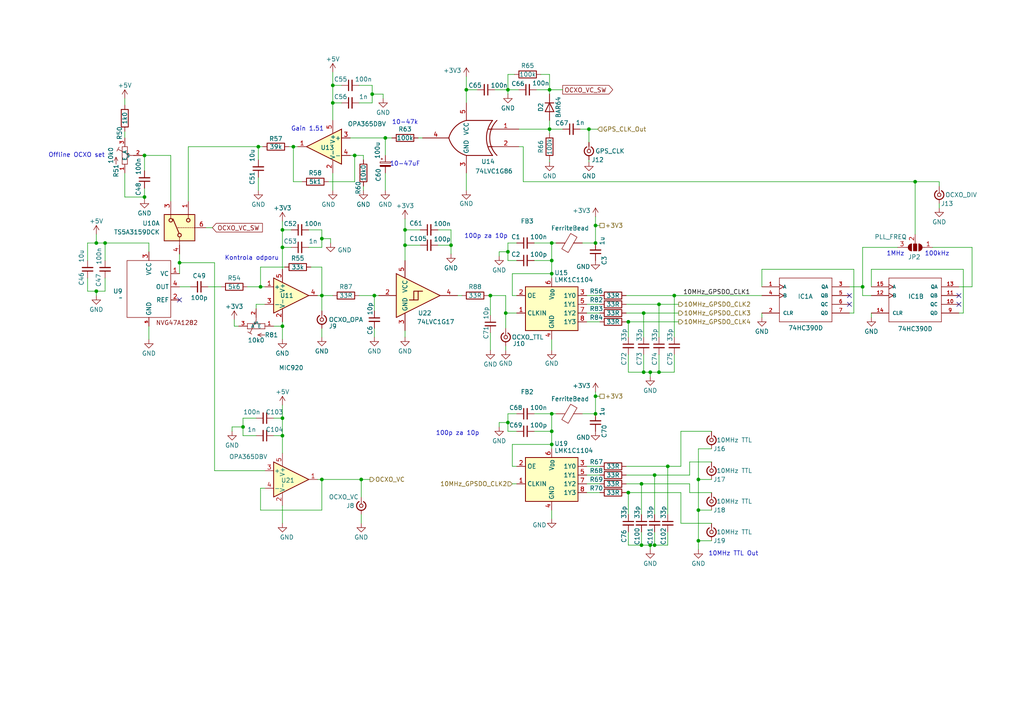
<source format=kicad_sch>
(kicad_sch (version 20231120) (generator "eeschema") (generator_version "8.0")
  (paper "A4")
  (junction (at 41.91 57.15))
  (junction (at 188.595 158.115))
  (junction (at 160.02 120.015))
  (junction (at 160.02 128.905))
  (junction (at 135.255 26.035))
  (junction (at 81.915 121.285))
  (junction (at 108.585 85.725))
  (junction (at 146.685 90.805))
  (junction (at 188.595 107.95))
  (junction (at 186.69 107.95))
  (junction (at 81.915 126.365))
  (junction (at 130.81 71.12))
  (junction (at 186.69 90.805))
  (junction (at 74.93 42.545))
  (junction (at 81.915 66.675))
  (junction (at 160.02 75.565))
  (junction (at 102.87 45.085))
  (junction (at 142.24 85.725))
  (junction (at 202.565 139.065))
  (junction (at 172.72 70.485))
  (junction (at 189.865 158.115))
  (junction (at 52.07 76.2))
  (junction (at 201.295 233.045))
  (junction (at 117.475 71.12))
  (junction (at 250.19 83.185))
  (junction (at 202.565 156.845))
  (junction (at 172.72 120.015))
  (junction (at 202.565 147.955))
  (junction (at 186.055 140.335))
  (junction (at 93.345 139.065))
  (junction (at 81.915 94.615))
  (junction (at 193.675 135.255))
  (junction (at 191.135 88.265))
  (junction (at 117.475 66.675))
  (junction (at 104.775 139.065))
  (junction (at 147.32 122.555))
  (junction (at 159.385 26.035))
  (junction (at 147.32 73.025))
  (junction (at 160.02 70.485))
  (junction (at 75.565 83.185))
  (junction (at 189.865 137.795))
  (junction (at 194.31 254.635))
  (junction (at 85.09 42.545))
  (junction (at 182.245 93.345))
  (junction (at 27.94 84.455))
  (junction (at 81.915 71.755))
  (junction (at 160.02 125.095))
  (junction (at 30.48 70.485))
  (junction (at 201.295 254.635))
  (junction (at 93.345 85.725))
  (junction (at 191.135 107.95))
  (junction (at 107.95 27.305))
  (junction (at 27.94 70.485))
  (junction (at 194.31 257.175))
  (junction (at 194.31 227.965))
  (junction (at 172.72 65.405))
  (junction (at 265.43 52.705))
  (junction (at 93.345 69.215))
  (junction (at 182.245 142.875))
  (junction (at 194.31 233.045))
  (junction (at 96.52 29.845))
  (junction (at 160.02 79.375))
  (junction (at 41.91 45.085))
  (junction (at 147.32 26.035))
  (junction (at 70.485 123.825))
  (junction (at 172.72 114.935))
  (junction (at 159.385 37.465))
  (junction (at 195.58 85.725))
  (junction (at 111.76 40.005))
  (junction (at 186.055 158.115))
  (junction (at 170.815 37.465))
  (junction (at 96.52 24.765))
  (no_connect (at 278.13 85.725))
  (no_connect (at 246.38 85.725))
  (no_connect (at 246.38 88.265))
  (no_connect (at 52.07 86.995))
  (no_connect (at 278.13 88.265))
  (wire (pts (xy 146.685 85.725) (xy 146.685 90.805)))
  (wire (pts (xy 62.23 76.2) (xy 62.23 136.525)))
  (wire (pts (xy 193.675 154.305) (xy 193.675 158.115)))
  (wire (pts (xy 272.415 60.325) (xy 272.415 59.055)))
  (wire (pts (xy 93.345 77.47) (xy 93.345 85.725)))
  (wire (pts (xy 170.815 37.465) (xy 173.355 37.465)))
  (wire (pts (xy 147.32 26.035) (xy 147.32 27.305)))
  (wire (pts (xy 160.02 70.485) (xy 161.29 70.485)))
  (wire (pts (xy 104.14 85.725) (xy 108.585 85.725)))
  (wire (pts (xy 252.73 90.805) (xy 252.73 92.075)))
  (wire (pts (xy 105.41 53.975) (xy 105.41 55.245)))
  (wire (pts (xy 170.18 88.265) (xy 173.99 88.265)))
  (wire (pts (xy 150.495 42.545) (xy 151.765 42.545)))
  (wire (pts (xy 191.135 102.87) (xy 191.135 107.95)))
  (wire (pts (xy 41.91 54.61) (xy 41.91 57.15)))
  (wire (pts (xy 147.32 75.565) (xy 149.86 75.565)))
  (wire (pts (xy 170.18 85.725) (xy 173.99 85.725)))
  (wire (pts (xy 93.345 66.675) (xy 89.535 66.675)))
  (wire (pts (xy 197.485 125.095) (xy 206.375 125.095)))
  (wire (pts (xy 27.94 84.455) (xy 27.94 85.725)))
  (wire (pts (xy 170.815 37.465) (xy 170.815 41.275)))
  (wire (pts (xy 70.485 121.285) (xy 74.295 121.285)))
  (wire (pts (xy 41.91 45.085) (xy 41.91 49.53)))
  (wire (pts (xy 181.61 140.335) (xy 186.055 140.335)))
  (wire (pts (xy 117.475 66.675) (xy 117.475 71.12)))
  (wire (pts (xy 75.565 77.47) (xy 75.565 83.185)))
  (wire (pts (xy 148.59 85.725) (xy 148.59 79.375)))
  (wire (pts (xy 160.02 75.565) (xy 160.02 79.375)))
  (wire (pts (xy 107.95 29.845) (xy 107.95 27.305)))
  (wire (pts (xy 201.295 245.745) (xy 201.295 254.635)))
  (wire (pts (xy 150.495 37.465) (xy 159.385 37.465)))
  (wire (pts (xy 132.715 85.725) (xy 133.985 85.725)))
  (wire (pts (xy 170.18 90.805) (xy 173.99 90.805)))
  (wire (pts (xy 146.685 90.805) (xy 149.86 90.805)))
  (wire (pts (xy 81.915 64.135) (xy 81.915 66.675)))
  (wire (pts (xy 170.18 93.345) (xy 173.99 93.345)))
  (wire (pts (xy 142.24 96.52) (xy 142.24 101.6)))
  (wire (pts (xy 74.93 42.545) (xy 76.2 42.545)))
  (wire (pts (xy 149.86 70.485) (xy 147.32 70.485)))
  (wire (pts (xy 36.195 57.15) (xy 41.91 57.15)))
  (wire (pts (xy 186.055 154.305) (xy 186.055 158.115)))
  (wire (pts (xy 194.31 257.175) (xy 196.85 257.175)))
  (wire (pts (xy 147.32 70.485) (xy 147.32 73.025)))
  (wire (pts (xy 107.95 27.305) (xy 107.95 24.765)))
  (wire (pts (xy 246.38 90.805) (xy 247.65 90.805)))
  (wire (pts (xy 188.595 107.95) (xy 191.135 107.95)))
  (wire (pts (xy 135.255 50.165) (xy 135.255 55.245)))
  (wire (pts (xy 151.765 52.705) (xy 265.43 52.705)))
  (wire (pts (xy 172.72 113.665) (xy 172.72 114.935)))
  (wire (pts (xy 104.775 139.065) (xy 93.345 139.065)))
  (wire (pts (xy 81.915 146.685) (xy 81.915 151.765)))
  (wire (pts (xy 104.775 149.225) (xy 104.775 151.765)))
  (wire (pts (xy 182.245 93.345) (xy 182.245 97.79)))
  (wire (pts (xy 202.565 156.845) (xy 202.565 159.385)))
  (wire (pts (xy 186.69 90.805) (xy 196.85 90.805)))
  (wire (pts (xy 148.59 135.255) (xy 149.86 135.255)))
  (wire (pts (xy 279.4 90.805) (xy 278.13 90.805)))
  (wire (pts (xy 186.69 107.95) (xy 188.595 107.95)))
  (wire (pts (xy 75.565 147.955) (xy 93.345 147.955)))
  (wire (pts (xy 191.135 107.95) (xy 195.58 107.95)))
  (wire (pts (xy 93.345 71.755) (xy 93.345 69.215)))
  (wire (pts (xy 84.455 66.675) (xy 81.915 66.675)))
  (wire (pts (xy 191.135 88.265) (xy 196.85 88.265)))
  (wire (pts (xy 95.885 69.215) (xy 95.885 70.485)))
  (wire (pts (xy 220.98 78.105) (xy 220.98 83.185)))
  (wire (pts (xy 52.07 73.66) (xy 52.07 76.2)))
  (wire (pts (xy 52.07 83.185) (xy 55.245 83.185)))
  (wire (pts (xy 81.915 126.365) (xy 79.375 126.365)))
  (wire (pts (xy 185.42 253.365) (xy 185.42 254.635)))
  (wire (pts (xy 143.51 26.035) (xy 147.32 26.035)))
  (wire (pts (xy 81.915 71.755) (xy 81.915 78.105)))
  (wire (pts (xy 197.485 142.875) (xy 197.485 151.765)))
  (wire (pts (xy 107.95 27.305) (xy 111.125 27.305)))
  (wire (pts (xy 189.865 137.795) (xy 189.865 149.225)))
  (wire (pts (xy 147.32 120.015) (xy 147.32 122.555)))
  (wire (pts (xy 121.92 66.675) (xy 117.475 66.675)))
  (wire (pts (xy 160.02 98.425) (xy 160.02 101.6)))
  (wire (pts (xy 210.185 254.635) (xy 210.185 254)))
  (wire (pts (xy 60.325 83.185) (xy 64.135 83.185)))
  (wire (pts (xy 159.385 37.465) (xy 159.385 38.735)))
  (wire (pts (xy 81.915 66.675) (xy 81.915 71.755)))
  (wire (pts (xy 147.32 26.035) (xy 150.495 26.035)))
  (wire (pts (xy 75.565 141.605) (xy 75.565 147.955)))
  (wire (pts (xy 25.4 70.485) (xy 27.94 70.485)))
  (wire (pts (xy 70.485 123.825) (xy 70.485 121.285)))
  (wire (pts (xy 281.94 71.755) (xy 281.94 83.185)))
  (wire (pts (xy 160.02 79.375) (xy 160.02 80.645)))
  (wire (pts (xy 30.48 80.645) (xy 30.48 84.455)))
  (wire (pts (xy 79.375 94.615) (xy 81.915 94.615)))
  (wire (pts (xy 111.76 40.005) (xy 111.76 45.085)))
  (wire (pts (xy 201.295 233.045) (xy 210.185 233.045)))
  (wire (pts (xy 36.195 50.165) (xy 36.195 57.15)))
  (wire (pts (xy 195.58 85.725) (xy 220.98 85.725)))
  (wire (pts (xy 62.23 136.525) (xy 76.835 136.525)))
  (wire (pts (xy 194.31 233.045) (xy 194.31 240.665)))
  (wire (pts (xy 194.31 245.745) (xy 194.31 254.635)))
  (wire (pts (xy 25.4 84.455) (xy 25.4 80.645)))
  (wire (pts (xy 52.07 76.2) (xy 52.07 79.375)))
  (wire (pts (xy 74.93 51.435) (xy 74.93 55.245)))
  (wire (pts (xy 193.675 135.255) (xy 197.485 135.255)))
  (wire (pts (xy 108.585 85.725) (xy 109.855 85.725)))
  (wire (pts (xy 189.865 158.115) (xy 188.595 158.115)))
  (wire (pts (xy 95.25 52.705) (xy 102.87 52.705)))
  (wire (pts (xy 93.345 69.215) (xy 95.885 69.215)))
  (wire (pts (xy 182.245 154.305) (xy 182.245 158.115)))
  (wire (pts (xy 54.61 42.545) (xy 54.61 58.42)))
  (wire (pts (xy 135.255 26.035) (xy 138.43 26.035)))
  (wire (pts (xy 156.845 21.59) (xy 159.385 21.59)))
  (wire (pts (xy 69.215 94.615) (xy 67.945 94.615)))
  (wire (pts (xy 74.295 126.365) (xy 70.485 126.365)))
  (wire (pts (xy 93.345 147.955) (xy 93.345 139.065)))
  (wire (pts (xy 189.865 154.305) (xy 189.865 158.115)))
  (wire (pts (xy 117.475 95.885) (xy 117.475 97.79)))
  (wire (pts (xy 41.275 45.085) (xy 41.91 45.085)))
  (wire (pts (xy 182.245 107.95) (xy 186.69 107.95)))
  (wire (pts (xy 181.61 135.255) (xy 193.675 135.255)))
  (wire (pts (xy 172.72 114.935) (xy 173.99 114.935)))
  (wire (pts (xy 172.72 114.935) (xy 172.72 120.015)))
  (wire (pts (xy 81.915 93.345) (xy 81.915 94.615)))
  (wire (pts (xy 67.31 123.825) (xy 67.31 125.095)))
  (wire (pts (xy 159.385 37.465) (xy 163.195 37.465)))
  (wire (pts (xy 146.685 90.805) (xy 146.685 95.25)))
  (wire (pts (xy 170.18 140.335) (xy 173.99 140.335)))
  (wire (pts (xy 195.58 107.95) (xy 195.58 102.87)))
  (wire (pts (xy 170.18 135.255) (xy 173.99 135.255)))
  (wire (pts (xy 96.52 20.955) (xy 96.52 24.765)))
  (wire (pts (xy 193.675 158.115) (xy 189.865 158.115)))
  (wire (pts (xy 85.09 42.545) (xy 86.36 42.545)))
  (wire (pts (xy 202.565 147.955) (xy 206.375 147.955)))
  (wire (pts (xy 172.72 65.405) (xy 172.72 70.485)))
  (wire (pts (xy 70.485 123.825) (xy 67.31 123.825)))
  (wire (pts (xy 147.32 125.095) (xy 149.86 125.095)))
  (wire (pts (xy 81.915 71.755) (xy 84.455 71.755)))
  (wire (pts (xy 148.59 140.335) (xy 149.86 140.335)))
  (wire (pts (xy 149.86 120.015) (xy 147.32 120.015)))
  (wire (pts (xy 272.415 53.975) (xy 272.415 52.705)))
  (wire (pts (xy 147.32 122.555) (xy 147.32 125.095)))
  (wire (pts (xy 67.945 94.615) (xy 67.945 92.71)))
  (wire (pts (xy 74.93 46.355) (xy 74.93 42.545)))
  (wire (pts (xy 43.18 94.615) (xy 43.18 98.425)))
  (wire (pts (xy 27.94 67.945) (xy 27.94 70.485)))
  (wire (pts (xy 201.295 254.635) (xy 210.185 254.635)))
  (wire (pts (xy 74.295 89.535) (xy 74.295 88.265)))
  (wire (pts (xy 200.025 140.335) (xy 200.025 142.875)))
  (wire (pts (xy 160.02 75.565) (xy 160.02 70.485)))
  (wire (pts (xy 144.78 123.825) (xy 144.78 122.555)))
  (wire (pts (xy 265.43 52.705) (xy 265.43 67.945)))
  (wire (pts (xy 201.295 233.045) (xy 201.295 240.665)))
  (wire (pts (xy 148.59 85.725) (xy 149.86 85.725)))
  (wire (pts (xy 96.52 29.845) (xy 96.52 34.925)))
  (wire (pts (xy 27.94 84.455) (xy 30.48 84.455)))
  (wire (pts (xy 160.02 120.015) (xy 161.29 120.015)))
  (wire (pts (xy 260.35 71.755) (xy 250.19 71.755)))
  (wire (pts (xy 147.32 21.59) (xy 147.32 26.035)))
  (wire (pts (xy 159.385 26.035) (xy 159.385 27.305)))
  (wire (pts (xy 81.915 94.615) (xy 81.915 98.425)))
  (wire (pts (xy 41.91 57.15) (xy 41.91 57.785)))
  (wire (pts (xy 160.02 128.905) (xy 160.02 130.175)))
  (wire (pts (xy 141.605 85.725) (xy 142.24 85.725)))
  (wire (pts (xy 181.61 90.805) (xy 186.69 90.805)))
  (wire (pts (xy 41.91 45.085) (xy 49.53 45.085)))
  (wire (pts (xy 170.18 137.795) (xy 173.99 137.795)))
  (wire (pts (xy 250.19 83.185) (xy 250.19 85.725)))
  (wire (pts (xy 194.31 227.965) (xy 194.945 227.965)))
  (wire (pts (xy 142.24 85.725) (xy 142.24 91.44)))
  (wire (pts (xy 200.025 137.795) (xy 200.025 133.985)))
  (wire (pts (xy 188.595 158.115) (xy 188.595 159.385)))
  (wire (pts (xy 81.915 121.285) (xy 81.915 126.365)))
  (wire (pts (xy 70.485 126.365) (xy 70.485 123.825)))
  (wire (pts (xy 93.345 69.215) (xy 93.345 66.675)))
  (wire (pts (xy 107.315 139.065) (xy 104.775 139.065)))
  (wire (pts (xy 250.19 71.755) (xy 250.19 83.185)))
  (wire (pts (xy 30.48 70.485) (xy 43.18 70.485)))
  (wire (pts (xy 59.69 66.04) (xy 61.595 66.04)))
  (wire (pts (xy 151.765 42.545) (xy 151.765 52.705)))
  (wire (pts (xy 96.52 29.845) (xy 99.06 29.845)))
  (wire (pts (xy 135.255 29.845) (xy 135.255 26.035)))
  (wire (pts (xy 30.48 70.485) (xy 30.48 75.565)))
  (wire (pts (xy 170.18 142.875) (xy 173.99 142.875)))
  (wire (pts (xy 81.915 117.475) (xy 81.915 121.285)))
  (wire (pts (xy 159.385 26.035) (xy 163.195 26.035)))
  (wire (pts (xy 186.69 90.805) (xy 186.69 97.79)))
  (wire (pts (xy 154.94 75.565) (xy 160.02 75.565)))
  (wire (pts (xy 202.565 139.065) (xy 206.375 139.065)))
  (wire (pts (xy 195.58 85.725) (xy 195.58 97.79)))
  (wire (pts (xy 194.31 257.175) (xy 194.31 254.635)))
  (wire (pts (xy 186.055 140.335) (xy 200.025 140.335)))
  (wire (pts (xy 111.76 40.005) (xy 113.665 40.005)))
  (wire (pts (xy 93.345 97.79) (xy 93.345 95.25)))
  (wire (pts (xy 75.565 83.185) (xy 76.835 83.185)))
  (wire (pts (xy 200.025 133.985) (xy 206.375 133.985)))
  (wire (pts (xy 194.31 227.33) (xy 194.31 227.965)))
  (wire (pts (xy 146.685 100.33) (xy 146.685 101.6)))
  (wire (pts (xy 71.755 83.185) (xy 75.565 83.185)))
  (wire (pts (xy 202.565 139.065) (xy 202.565 147.955)))
  (wire (pts (xy 52.07 76.2) (xy 62.23 76.2)))
  (wire (pts (xy 265.43 52.705) (xy 272.415 52.705)))
  (wire (pts (xy 89.535 71.755) (xy 93.345 71.755)))
  (wire (pts (xy 194.31 258.445) (xy 194.31 257.175)))
  (wire (pts (xy 186.055 140.335) (xy 186.055 149.225)))
  (wire (pts (xy 202.565 156.845) (xy 206.375 156.845)))
  (wire (pts (xy 193.675 135.255) (xy 193.675 149.225)))
  (wire (pts (xy 79.375 121.285) (xy 81.915 121.285)))
  (wire (pts (xy 181.61 88.265) (xy 191.135 88.265)))
  (wire (pts (xy 149.225 21.59) (xy 147.32 21.59)))
  (wire (pts (xy 186.69 102.87) (xy 186.69 107.95)))
  (wire (pts (xy 185.42 234.315) (xy 185.42 233.045)))
  (wire (pts (xy 93.345 139.065) (xy 92.075 139.065)))
  (wire (pts (xy 197.485 151.765) (xy 206.375 151.765)))
  (wire (pts (xy 121.285 40.005) (xy 122.555 40.005)))
  (wire (pts (xy 111.125 27.305) (xy 111.125 28.575)))
  (wire (pts (xy 108.585 85.725) (xy 108.585 90.17)))
  (wire (pts (xy 101.6 45.085) (xy 102.87 45.085)))
  (wire (pts (xy 130.81 66.675) (xy 130.81 71.12)))
  (wire (pts (xy 127 71.12) (xy 130.81 71.12)))
  (wire (pts (xy 105.41 45.085) (xy 105.41 46.355)))
  (wire (pts (xy 168.91 70.485) (xy 172.72 70.485)))
  (wire (pts (xy 182.245 142.875) (xy 197.485 142.875)))
  (wire (pts (xy 148.59 128.905) (xy 160.02 128.905)))
  (wire (pts (xy 197.485 135.255) (xy 197.485 125.095)))
  (wire (pts (xy 104.14 29.845) (xy 107.95 29.845)))
  (wire (pts (xy 182.245 158.115) (xy 186.055 158.115)))
  (wire (pts (xy 159.385 46.355) (xy 159.385 46.99)))
  (wire (pts (xy 102.87 52.705) (xy 102.87 45.085)))
  (wire (pts (xy 108.585 95.25) (xy 108.585 97.79)))
  (wire (pts (xy 25.4 75.565) (xy 25.4 70.485)))
  (wire (pts (xy 202.565 147.955) (xy 202.565 156.845)))
  (wire (pts (xy 170.815 46.99) (xy 170.815 46.355)))
  (wire (pts (xy 148.59 79.375) (xy 160.02 79.375)))
  (wire (pts (xy 270.51 71.755) (xy 281.94 71.755)))
  (wire (pts (xy 210.185 233.045) (xy 210.185 233.68)))
  (wire (pts (xy 96.52 50.165) (xy 96.52 55.245)))
  (wire (pts (xy 83.82 42.545) (xy 85.09 42.545)))
  (wire (pts (xy 181.61 137.795) (xy 189.865 137.795)))
  (wire (pts (xy 172.72 62.865) (xy 172.72 65.405)))
  (wire (pts (xy 181.61 85.725) (xy 195.58 85.725)))
  (wire (pts (xy 54.61 42.545) (xy 74.93 42.545)))
  (wire (pts (xy 160.02 147.955) (xy 160.02 150.495)))
  (wire (pts (xy 160.02 125.095) (xy 160.02 128.905)))
  (wire (pts (xy 181.61 93.345) (xy 182.245 93.345)))
  (wire (pts (xy 93.345 77.47) (xy 90.17 77.47)))
  (wire (pts (xy 93.345 85.725) (xy 96.52 85.725)))
  (wire (pts (xy 117.475 71.12) (xy 117.475 75.565)))
  (wire (pts (xy 117.475 66.675) (xy 117.475 63.5)))
  (wire (pts (xy 81.915 126.365) (xy 81.915 131.445)))
  (wire (pts (xy 147.32 73.025) (xy 147.32 75.565)))
  (wire (pts (xy 172.72 65.405) (xy 173.99 65.405)))
  (wire (pts (xy 144.78 122.555) (xy 147.32 122.555)))
  (wire (pts (xy 168.275 37.465) (xy 170.815 37.465)))
  (wire (pts (xy 148.59 135.255) (xy 148.59 128.905)))
  (wire (pts (xy 101.6 40.005) (xy 111.76 40.005)))
  (wire (pts (xy 49.53 45.085) (xy 49.53 58.42)))
  (wire (pts (xy 252.73 83.185) (xy 252.73 78.105)))
  (wire (pts (xy 185.42 233.045) (xy 194.31 233.045)))
  (wire (pts (xy 92.075 85.725) (xy 93.345 85.725)))
  (wire (pts (xy 191.135 88.265) (xy 191.135 97.79)))
  (wire (pts (xy 247.65 90.805) (xy 247.65 78.105)))
  (wire (pts (xy 87.63 52.705) (xy 85.09 52.705)))
  (wire (pts (xy 279.4 78.105) (xy 279.4 90.805)))
  (wire (pts (xy 160.02 70.485) (xy 154.94 70.485)))
  (wire (pts (xy 202.565 130.175) (xy 202.565 139.065)))
  (wire (pts (xy 96.52 24.765) (xy 96.52 29.845)))
  (wire (pts (xy 220.98 90.805) (xy 220.98 92.075)))
  (wire (pts (xy 194.31 254.635) (xy 201.295 254.635)))
  (wire (pts (xy 27.94 70.485) (xy 30.48 70.485)))
  (wire (pts (xy 74.295 88.265) (xy 76.835 88.265)))
  (wire (pts (xy 135.255 22.225) (xy 135.255 26.035)))
  (wire (pts (xy 117.475 71.12) (xy 121.92 71.12)))
  (wire (pts (xy 155.575 26.035) (xy 159.385 26.035)))
  (wire (pts (xy 82.55 77.47) (xy 75.565 77.47)))
  (wire (pts (xy 104.775 139.065) (xy 104.775 144.145)))
  (wire (pts (xy 93.345 85.725) (xy 93.345 90.17)))
  (wire (pts (xy 154.94 125.095) (xy 160.02 125.095)))
  (wire (pts (xy 250.19 85.725) (xy 252.73 85.725)))
  (wire (pts (xy 160.02 125.095) (xy 160.02 120.015)))
  (wire (pts (xy 107.95 24.765) (xy 104.14 24.765)))
  (wire (pts (xy 111.76 50.165) (xy 111.76 55.245)))
  (wire (pts (xy 102.87 45.085) (xy 105.41 45.085)))
  (wire (pts (xy 185.42 254.635) (xy 194.31 254.635)))
  (wire (pts (xy 36.195 38.1) (xy 36.195 40.005)))
  (wire (pts (xy 99.06 24.765) (xy 96.52 24.765)))
  (wire (pts (xy 281.94 83.185) (xy 278.13 83.185)))
  (wire (pts (xy 36.195 28.575) (xy 36.195 30.48)))
  (wire (pts (xy 246.38 83.185) (xy 250.19 83.185)))
  (wire (pts (xy 168.91 120.015) (xy 172.72 120.015)))
  (wire (pts (xy 159.385 34.925) (xy 159.385 37.465)))
  (wire (pts (xy 159.385 21.59) (xy 159.385 26.035)))
  (wire (pts (xy 182.245 142.875) (xy 181.61 142.875)))
  (wire (pts (xy 206.375 130.175) (xy 202.565 130.175)))
  (wire (pts (xy 144.78 73.025) (xy 147.32 73.025)))
  (wire (pts (xy 142.24 85.725) (xy 146.685 85.725)))
  (wire (pts (xy 76.835 141.605) (xy 75.565 141.605)))
  (wire (pts (xy 200.025 142.875) (xy 206.375 142.875)))
  (wire (pts (xy 130.81 71.12) (xy 130.81 73.66)))
  (wire (pts (xy 182.245 93.345) (xy 196.85 93.345)))
  (wire (pts (xy 182.245 102.87) (xy 182.245 107.95)))
  (wire (pts (xy 188.595 107.95) (xy 188.595 109.22)))
  (wire (pts (xy 194.31 227.965) (xy 194.31 233.045)))
  (wire (pts (xy 43.18 70.485) (xy 43.18 73.025)))
  (wire (pts (xy 127 66.675) (xy 130.81 66.675)))
  (wire (pts (xy 25.4 84.455) (xy 27.94 84.455)))
  (wire (pts (xy 194.31 233.045) (xy 201.295 233.045)))
  (wire (pts (xy 189.865 137.795) (xy 200.025 137.795)))
  (wire (pts (xy 247.65 78.105) (xy 220.98 78.105)))
  (wire (pts (xy 186.055 158.115) (xy 188.595 158.115)))
  (wire (pts (xy 85.09 52.705) (xy 85.09 42.545)))
  (wire (pts (xy 144.78 74.295) (xy 144.78 73.025)))
  (wire (pts (xy 182.245 142.875) (xy 182.245 149.225)))
  (wire (pts (xy 160.02 120.015) (xy 154.94 120.015)))
  (wire (pts (xy 252.73 78.105) (xy 279.4 78.105)))
  (text "10MHz TTL Out" (at 212.725 160.655 0) (effects (font (size 1.27 1.27))))
  (text "Offline OCXO set" (at 22.225 45.085 0) (effects (font (size 1.27 1.27))))
  (text "100kHz" (at 271.78 73.66 0) (effects (font (size 1.27 1.27))))
  (text "Gain 1.51" (at 93.98 37.465 0) (effects (font (size 1.27 1.27)) (justify right)))
  (text "10-47uF" (at 117.475 47.625 0) (effects (font (size 1.27 1.27))))
  (text "1MHz" (at 259.715 73.66 0) (effects (font (size 1.27 1.27))))
  (text "Kontrola odporu" (at 73.025 74.93 0) (effects (font (size 1.27 1.27))))
  (text "100p za 10p" (at 132.715 125.73 0) (effects (font (size 1.27 1.27))))
  (text "10-47k" (at 117.475 35.56 0) (effects (font (size 1.27 1.27))))
  (text "100p za 10p" (at 140.97 68.58 0) (effects (font (size 1.27 1.27))))
  (label "10MHz_GPSDO_CLK1" (at 198.12 85.725 0))
  (global_label "OCXO_VC_SW" (shape input) (at 61.595 66.04 0) (property "Intersheetrefs" "${INTERSHEET_REFS}" (effects (hide yes))))
  (global_label "OCXO_VC_SW" (shape output) (at 163.195 26.035 0) (property "Intersheetrefs" "${INTERSHEET_REFS}" (effects (hide yes))))
  (hierarchical_label "10MHz_GPSDO_CLK3" (shape output) (at 196.85 90.805 0))
  (hierarchical_label "GND" (shape passive) (at 196.85 257.175 0))
  (hierarchical_label "10MHz_GPSDO_CLK4" (shape output) (at 196.85 93.345 0))
  (hierarchical_label "10MHz_GPSDO_CLK2" (shape input) (at 148.59 140.335 180))
  (hierarchical_label "OCXO_VC" (shape output) (at 107.315 139.065 0))
  (hierarchical_label "+3V3" (shape passive) (at 173.99 65.405 0))
  (hierarchical_label "10MHz_GPSDO_CLK2" (shape output) (at 196.85 88.265 0))
  (hierarchical_label "+3V3" (shape passive) (at 194.945 227.965 0))
  (hierarchical_label "GPS_CLK_Out" (shape input) (at 173.355 37.465 0))
  (hierarchical_label "+3V3" (shape passive) (at 173.99 114.935 0))
  (symbol (lib_id "Device:C_Small") (at 30.48 78.105 180) (unit 1)
    (property "Reference" "C47" (at 28.575 81.28 90))
    (property "Value" "100n" (at 28.702 74.295 90))
    (property "Footprint" "Capacitor_SMD:C_0805_2012Metric" (effects (hide yes)))
    (property "Description" "Unpolarized capacitor, small symbol" (effects (hide yes)))
    (property "LCSC PN" "C38141" (effects (hide yes)))
    (property "LCSC link" "https://www.lcsc.com/product-detail/Multilayer-Ceramic-Capacitors-MLCC-SMD-SMT_FH-Guangdong-Fenghua-Advanced-Tech-0805B104K500NT_C38141.html" (effects (hide yes)))
  )
  (symbol (lib_name "TS5A3159DCK_1") (lib_id "Analog_Switch:TS5A3159DCK") (at 210.185 243.84 0) (unit 2)
    (property "Reference" "U10" (at 215.265 242.5699 0) (effects (justify left)))
    (property "Value" "TS5A3159DCK" (at 215.265 245.1099 0) (effects (justify left)))
    (property "Footprint" "Package_TO_SOT_SMD:SOT-363_SC-70-6" (effects (hide yes)))
    (property "Datasheet" "http://www.ti.com/lit/ds/symlink/ts5a3159.pdf" (effects (hide yes)))
    (property "Description" "Single SPDT Analog Switch, 1.65-V to 5.5-V Single-Supply Operation, 1Ohm Ron, SC-70-6" (effects (hide yes)))
  )
  (symbol (lib_id "Device:FerriteBead") (at 165.1 70.485 270) (unit 1)
    (property "Reference" "FB3" (at 152.908 64.135 90))
    (property "Value" "FerriteBead" (at 165.354 66.167 90))
    (property "Footprint" "Inductor_SMD:L_0805_2012Metric" (effects (hide yes)))
    (property "Description" "Ferrite bead" (effects (hide yes)))
    (property "LCSC PN" "C81034" (effects (hide yes)))
    (property "LCSC link" "https://www.lcsc.com/product-detail/Ferrite-Beads_TDK-MPZ2012S601ATD25_C81034.html?s_z=n_C81034" (effects (hide yes)))
  )
  (symbol (lib_name "74HC390D_1") (lib_id "Counter_main-cache:74HC390D") (at 185.42 241.935 0) (unit 3)
    (property "Reference" "IC1" (at 186.055 243.84 0) (effects (justify left)))
    (property "Value" "74HC390D" (at 180.34 231.521 0) (effects (justify left)))
    (property "Footprint" "Package_SO:SOIC-16_3.9x9.9mm_P1.27mm" (effects (hide yes)))
    (property "LCSC PN" "C5440882" (effects (hide yes)))
    (property "LCSC link" "https://www.lcsc.com/product-detail/Counters-Dividers_Nexperia-74HC390D-653_C5440882.html?s_z=n_74HC390D" (effects (hide yes)))
  )
  (symbol (lib_id "Device:R") (at 177.8 135.255 90) (unit 1)
    (property "Reference" "R67" (at 172.974 133.985 90))
    (property "Value" "33R" (at 177.8 135.255 90))
    (property "Footprint" "Resistor_SMD:R_0805_2012Metric" (effects (hide yes)))
    (property "Description" "Resistor" (effects (hide yes)))
    (property "LCSC PN" "C17634" (effects (hide yes)))
    (property "LCSC link" "https://www.lcsc.com/product-detail/Chip-Resistor-Surface-Mount_UNI-ROYAL-Uniroyal-Elec-0805W8F330JT5E_C17634.html" (effects (hide yes)))
  )
  (symbol (lib_id "Device:R") (at 91.44 52.705 90) (unit 1)
    (property "Reference" "R58" (at 91.44 50.165 90))
    (property "Value" "5k1" (at 91.44 52.705 90))
    (property "Footprint" "Resistor_SMD:R_0805_2012Metric" (effects (hide yes)))
    (property "Description" "Resistor" (effects (hide yes)))
  )
  (symbol (lib_id "Device:C_Small") (at 76.835 126.365 270) (mirror x) (unit 1)
    (property "Reference" "C104" (at 79.629 124.587 90))
    (property "Value" "1n" (at 73.025 124.587 90))
    (property "Footprint" "Capacitor_SMD:C_0805_2012Metric" (effects (hide yes)))
    (property "Description" "Unpolarized capacitor, small symbol" (effects (hide yes)))
    (property "LCSC PN" "C94121" (effects (hide yes)))
    (property "LCSC link" "https://www.lcsc.com/product-detail/Multilayer-Ceramic-Capacitors-MLCC-SMD-SMT_YAGEO-CC0805KRX7R9BB102_C94121.html" (effects (hide yes)))
  )
  (symbol (lib_id "Device:C_Small") (at 182.245 151.765 0) (unit 1)
    (property "Reference" "C76" (at 180.975 157.48 90) (effects (justify left)))
    (property "Value" "33p" (at 180.975 150.495 90) (effects (justify left)))
    (property "Footprint" "Capacitor_SMD:C_0805_2012Metric" (effects (hide yes)))
    (property "Description" "Unpolarized capacitor, small symbol" (effects (hide yes)))
    (property "LCSC PN" "C107115" (effects (hide yes)))
    (property "LCSC Link" "https://www.lcsc.com/product-detail/Multilayer-Ceramic-Capacitors-MLCC-SMD-SMT_YAGEO-CC0805JRNPO9BN330_C107115.html" (effects (hide yes)))
  )
  (symbol (lib_id "Device:R") (at 105.41 50.165 180) (unit 1)
    (property "Reference" "R60" (at 103.886 54.483 90))
    (property "Value" "10k0" (at 105.41 50.165 90))
    (property "Footprint" "Resistor_SMD:R_0805_2012Metric" (effects (hide yes)))
    (property "Description" "Resistor" (effects (hide yes)))
  )
  (symbol (lib_id "Device:C_Small") (at 108.585 92.71 0) (unit 1)
    (property "Reference" "C6" (at 107.315 97.155 90) (effects (justify left)))
    (property "Value" "10p" (at 107.315 91.44 90) (effects (justify left)))
    (property "Footprint" "Capacitor_SMD:C_0805_2012Metric" (effects (hide yes)))
    (property "Description" "Unpolarized capacitor, small symbol" (effects (hide yes)))
  )
  (symbol (lib_name "OPA365xxDBV_1") (lib_id "Amplifier_Operational:OPA365xxDBV") (at 84.455 85.725 0) (unit 1)
    (property "Reference" "U11" (at 83.185 85.725 0))
    (property "Value" "MIC920" (at 84.455 106.68 0))
    (property "Footprint" "Package_TO_SOT_SMD:SOT-353_SC-70-5" (effects (hide yes)))
    (property "LCSC PN" "C128919" (effects (hide yes)))
    (property "LCSC link" "https://lcsc.com/product-detail/Operational-Amplifier_Microchip-Tech-MIC920YC5-TR_C128919.html?s_z=n_mic920" (effects (hide yes)))
  )
  (symbol (lib_id "jnj_haz:GND") (at 220.98 92.075 0) (unit 1)
    (property "Reference" "#PWR0116" (effects (hide yes)))
    (property "Value" "GND" (at 220.98 96.139 0))
  )
  (symbol (lib_id "jnj_haz:GND") (at 43.18 98.425 0) (mirror y) (unit 1)
    (property "Reference" "#PWR091" (effects (hide yes)))
    (property "Value" "GND" (at 43.18 102.489 0))
  )
  (symbol (lib_id "Device:C_Small") (at 57.785 83.185 270) (unit 1)
    (property "Reference" "C49" (at 57.785 80.01 90))
    (property "Value" "100p" (at 57.785 86.36 90))
    (property "Footprint" "Capacitor_SMD:C_0805_2012Metric" (effects (hide yes)))
    (property "Description" "Unpolarized capacitor, small symbol" (effects (hide yes)))
    (property "LCSC PN" "C1790" (effects (hide yes)))
    (property "LCSC link" "https://www.lcsc.com/product-detail/Multilayer-Ceramic-Capacitors-MLCC-SMD-SMT_Samsung-Electro-Mechanics-CL21C101JBANNNC_C1790.html" (effects (hide yes)))
  )
  (symbol (lib_id "Device:C_Polarized_Small") (at 111.76 47.625 0) (unit 1)
    (property "Reference" "C60" (at 109.728 52.705 90) (effects (justify left)))
    (property "Value" "100u" (at 109.474 46.101 90) (effects (justify left)))
    (property "Footprint" "Capacitor_Tantalum_SMD:CP_EIA-7343-31_Kemet-D" (effects (hide yes)))
    (property "Description" "Polarized capacitor, small symbol" (effects (hide yes)))
    (property "LCSC PN" "C7224" (effects (hide yes)))
    (property "LCSC link" "https://www.lcsc.com/product-detail/Tantalum-Capacitors_Kyocera-AVX-TAJD107K020RNJ_C7224.html?s_z=n_C7224" (effects (hide yes)))
  )
  (symbol (lib_id "Connector:Conn_Coaxial_Small") (at 206.375 136.525 270) (unit 1)
    (property "Reference" "J17" (at 208.661 139.065 90))
    (property "Value" "10MHz TTL" (at 212.979 136.525 90))
    (property "Footprint" "Connector_Coaxial:U.FL_Hirose_U.FL-R-SMT-1_Vertical" (effects (hide yes)))
    (property "Description" "small coaxial connector (BNC, SMA, SMB, SMC, Cinch/RCA, LEMO, ...)" (effects (hide yes)))
    (property "LCSC PN" "C411563" (effects (hide yes)))
    (property "LCSC link" "https://www.lcsc.com/product-detail/Coaxial-Connectors-RF_Shenzhen-Kinghelm-Elec-KH-IPEX-K501-29_C411563.html?s_z=n_C411563" (effects (hide yes)))
  )
  (symbol (lib_id "jnj_haz:GND") (at 147.32 27.305 0) (unit 1)
    (property "Reference" "#PWR0118" (effects (hide yes)))
    (property "Value" "GND" (at 147.32 31.369 0))
  )
  (symbol (lib_id "jnj_haz:+5V") (at 96.52 20.955 0) (unit 1)
    (property "Reference" "#PWR099" (effects (hide yes)))
    (property "Value" "+5V" (at 96.52 17.145 0))
  )
  (symbol (lib_id "74xGxx:74LVC1G86") (at 135.255 40.005 0) (mirror y) (unit 1)
    (property "Reference" "U14" (at 139.573 46.863 0) (effects (justify right)))
    (property "Value" "74LVC1G86" (at 137.795 49.657 0) (effects (justify right)))
    (property "Footprint" "Package_TO_SOT_SMD:SOT-23-5" (effects (hide yes)))
    (property "Datasheet" "http://www.ti.com/lit/sg/scyt129e/scyt129e.pdf" (effects (hide yes)))
    (property "Description" "Single XOR Gate, Low-Voltage CMOS" (effects (hide yes)))
    (property "LCSC PN" "C19829595" (effects (hide yes)))
    (property "LCSC link" "https://www.lcsc.com/product-detail/Logic-Gates_TECH-PUBLIC-74LVC1G86GV_C19829595.html?s_z=n_C19829595" (effects (hide yes)))
  )
  (symbol (lib_id "Device:C_Small") (at 165.735 37.465 90) (unit 1)
    (property "Reference" "C67" (at 162.941 35.687 90))
    (property "Value" "1n" (at 168.275 35.56 90))
    (property "Footprint" "Capacitor_SMD:C_0805_2012Metric" (effects (hide yes)))
    (property "Description" "Unpolarized capacitor, small symbol" (effects (hide yes)))
    (property "LCSC PN" "C94121" (effects (hide yes)))
    (property "LCSC link" "https://www.lcsc.com/product-detail/Multilayer-Ceramic-Capacitors-MLCC-SMD-SMT_YAGEO-CC0805KRX7R9BB102_C94121.html" (effects (hide yes)))
  )
  (symbol (lib_id "jnj_haz:GND") (at 105.41 55.245 0) (unit 1)
    (property "Reference" "#PWR0107" (effects (hide yes)))
    (property "Value" "GND" (at 105.41 59.309 0))
  )
  (symbol (lib_id "Device:C_Small") (at 195.58 100.33 0) (unit 1)
    (property "Reference" "C75" (at 194.31 106.045 90) (effects (justify left)))
    (property "Value" "33p" (at 194.31 99.06 90) (effects (justify left)))
    (property "Footprint" "Capacitor_SMD:C_0805_2012Metric" (effects (hide yes)))
    (property "Description" "Unpolarized capacitor, small symbol" (effects (hide yes)))
    (property "LCSC PN" "C107115" (effects (hide yes)))
    (property "LCSC Link" "https://www.lcsc.com/product-detail/Multilayer-Ceramic-Capacitors-MLCC-SMD-SMT_YAGEO-CC0805JRNPO9BN330_C107115.html" (effects (hide yes)))
  )
  (symbol (lib_id "jnj_haz:GND") (at 81.915 151.765 0) (mirror y) (unit 1)
    (property "Reference" "#PWR0149" (effects (hide yes)))
    (property "Value" "GND" (at 83.185 155.829 0))
  )
  (symbol (lib_id "Device:C_Small") (at 194.31 243.205 180) (unit 1)
    (property "Reference" "C54" (at 192.532 245.999 90))
    (property "Value" "100n" (at 192.532 239.395 90))
    (property "Footprint" "Capacitor_SMD:C_0805_2012Metric" (effects (hide yes)))
    (property "Description" "Unpolarized capacitor, small symbol" (effects (hide yes)))
    (property "LCSC PN" "C38141" (effects (hide yes)))
    (property "LCSC link" "https://www.lcsc.com/product-detail/Multilayer-Ceramic-Capacitors-MLCC-SMD-SMT_FH-Guangdong-Fenghua-Advanced-Tech-0805B104K500NT_C38141.html" (effects (hide yes)))
  )
  (symbol (lib_id "jnj_haz:GND") (at 159.385 46.99 0) (unit 1)
    (property "Reference" "#PWR0120" (effects (hide yes)))
    (property "Value" "GND" (at 159.385 51.054 0))
  )
  (symbol (lib_id "Device:C_Small") (at 152.4 75.565 90) (unit 1)
    (property "Reference" "C2" (at 149.606 73.787 90))
    (property "Value" "100p" (at 156.21 73.787 90))
    (property "Footprint" "Capacitor_SMD:C_0805_2012Metric" (effects (hide yes)))
    (property "Description" "Unpolarized capacitor, small symbol" (effects (hide yes)))
    (property "LCSC PN" "C1790" (effects (hide yes)))
    (property "LCSC link" "https://www.lcsc.com/product-detail/Multilayer-Ceramic-Capacitors-MLCC-SMD-SMT_Samsung-Electro-Mechanics-CL21C101JBANNNC_C1790.html" (effects (hide yes)))
  )
  (symbol (lib_id "Device:C_Small") (at 152.4 125.095 90) (unit 1)
    (property "Reference" "C69" (at 149.606 123.317 90))
    (property "Value" "100p" (at 156.21 123.317 90))
    (property "Footprint" "Capacitor_SMD:C_0805_2012Metric" (effects (hide yes)))
    (property "Description" "Unpolarized capacitor, small symbol" (effects (hide yes)))
    (property "LCSC PN" "C1790" (effects (hide yes)))
    (property "LCSC link" "https://www.lcsc.com/product-detail/Multilayer-Ceramic-Capacitors-MLCC-SMD-SMT_Samsung-Electro-Mechanics-CL21C101JBANNNC_C1790.html" (effects (hide yes)))
  )
  (symbol (lib_id "jnj_haz:GND") (at 95.885 70.485 0) (unit 1)
    (property "Reference" "#PWR0104" (effects (hide yes)))
    (property "Value" "GND" (at 99.949 72.517 0))
  )
  (symbol (lib_id "Device:C_Small") (at 101.6 29.845 90) (unit 1)
    (property "Reference" "C56" (at 98.806 28.067 90))
    (property "Value" "1n" (at 105.41 28.067 90))
    (property "Footprint" "Capacitor_SMD:C_0805_2012Metric" (effects (hide yes)))
    (property "Description" "Unpolarized capacitor, small symbol" (effects (hide yes)))
    (property "LCSC PN" "C94121" (effects (hide yes)))
    (property "LCSC link" "https://www.lcsc.com/product-detail/Multilayer-Ceramic-Capacitors-MLCC-SMD-SMT_YAGEO-CC0805KRX7R9BB102_C94121.html" (effects (hide yes)))
  )
  (symbol (lib_id "jnj_haz:GND") (at 146.685 101.6 0) (unit 1)
    (property "Reference" "#PWR0112" (effects (hide yes)))
    (property "Value" "GND" (at 146.685 105.41 0))
  )
  (symbol (lib_id "jnj_haz:GND") (at 104.775 151.765 0) (unit 1)
    (property "Reference" "#PWR093" (effects (hide yes)))
    (property "Value" "GND" (at 104.775 155.829 0))
  )
  (symbol (lib_id "Device:FerriteBead") (at 165.1 120.015 270) (unit 1)
    (property "Reference" "FB2" (at 152.908 113.665 90))
    (property "Value" "FerriteBead" (at 165.354 115.697 90))
    (property "Footprint" "Inductor_SMD:L_0805_2012Metric" (effects (hide yes)))
    (property "Description" "Ferrite bead" (effects (hide yes)))
    (property "LCSC PN" "C81034" (effects (hide yes)))
    (property "LCSC link" "https://www.lcsc.com/product-detail/Ferrite-Beads_TDK-MPZ2012S601ATD25_C81034.html?s_z=n_C81034" (effects (hide yes)))
  )
  (symbol (lib_id "jnj_haz:GND") (at 172.72 125.095 0) (mirror y) (unit 1)
    (property "Reference" "#PWR0127" (effects (hide yes)))
    (property "Value" "GND" (at 169.164 126.873 0))
  )
  (symbol (lib_id "Device:R") (at 100.33 85.725 90) (unit 1)
    (property "Reference" "R87" (at 100.33 83.185 90))
    (property "Value" "33R" (at 100.33 85.725 90))
    (property "Footprint" "Resistor_SMD:R_0805_2012Metric" (effects (hide yes)))
    (property "Description" "Resistor" (effects (hide yes)))
    (property "LCSC PN" "C17634" (effects (hide yes)))
    (property "LCSC link" "https://www.lcsc.com/product-detail/Chip-Resistor-Surface-Mount_UNI-ROYAL-Uniroyal-Elec-0805W8F330JT5E_C17634.html" (effects (hide yes)))
  )
  (symbol (lib_id "Connector:Conn_Coaxial_Small") (at 272.415 56.515 270) (unit 1)
    (property "Reference" "J13" (at 274.701 59.055 90))
    (property "Value" "OCXO_DIV" (at 278.765 56.515 90))
    (property "Footprint" "Connector_Coaxial:U.FL_Hirose_U.FL-R-SMT-1_Vertical" (effects (hide yes)))
    (property "Description" "small coaxial connector (BNC, SMA, SMB, SMC, Cinch/RCA, LEMO, ...)" (effects (hide yes)))
    (property "LCSC PN" "C411563" (effects (hide yes)))
    (property "LCSC link" "https://www.lcsc.com/product-detail/Coaxial-Connectors-RF_Shenzhen-Kinghelm-Elec-KH-IPEX-K501-29_C411563.html?s_z=n_C411563" (effects (hide yes)))
  )
  (symbol (lib_id "jnj_haz:+3.3V") (at 67.945 92.71 0) (unit 1)
    (property "Reference" "#PWR012" (effects (hide yes)))
    (property "Value" "+3V3" (at 67.945 88.9 0))
  )
  (symbol (lib_id "jnj_haz:GND") (at 130.81 73.66 0) (unit 1)
    (property "Reference" "#PWR0153" (effects (hide yes)))
    (property "Value" "GND" (at 130.81 77.724 0))
  )
  (symbol (lib_id "jnj_haz:GND") (at 74.93 55.245 0) (unit 1)
    (property "Reference" "#PWR094" (effects (hide yes)))
    (property "Value" "GND" (at 74.93 59.309 0))
  )
  (symbol (lib_id "Device:C_Small") (at 140.97 26.035 270) (mirror x) (unit 1)
    (property "Reference" "C65" (at 137.795 24.765 90))
    (property "Value" "100n" (at 144.78 24.765 90))
    (property "Footprint" "Capacitor_SMD:C_0805_2012Metric" (effects (hide yes)))
    (property "Description" "Unpolarized capacitor, small symbol" (effects (hide yes)))
    (property "LCSC PN" "C38141" (effects (hide yes)))
    (property "LCSC link" "https://www.lcsc.com/product-detail/Multilayer-Ceramic-Capacitors-MLCC-SMD-SMT_FH-Guangdong-Fenghua-Advanced-Tech-0805B104K500NT_C38141.html" (effects (hide yes)))
  )
  (symbol (lib_id "jnj_haz:GND") (at 111.76 55.245 0) (unit 1)
    (property "Reference" "#PWR0110" (effects (hide yes)))
    (property "Value" "GND" (at 111.76 59.309 0))
  )
  (symbol (lib_id "Buffer:CDCV304") (at 160.02 140.335 0) (unit 1)
    (property "Reference" "U19" (at 160.782 128.651 0) (effects (justify left)))
    (property "Value" "LMK1C1104" (at 160.782 130.683 0) (effects (justify left)))
    (property "Footprint" "Package_SO:TSSOP-8_4.4x3mm_P0.65mm" (effects (hide yes)))
    (property "Datasheet" "https://www.ti.com/lit/ds/symlink/cdcv304.pdf" (effects (hide yes)))
    (property "Description" "0-200 MHz 1:4 Clock Buffer, PCI-X Compliant, TSSOP-8" (effects (hide yes)))
    (property "LCSC PN" "C1855734" (effects (hide yes)))
    (property "LCSC link" "https://www.lcsc.com/product-detail/Clock-Buffers-Drivers-Distributors_Texas-Instruments-LMK1C1104PWR_C1855734.html?s_z=n_LMK1C1104" (effects (hide yes)))
  )
  (symbol (lib_id "Connector:Conn_Coaxial_Small") (at 104.775 146.685 270) (unit 1)
    (property "Reference" "J8" (at 101.6 146.685 90))
    (property "Value" "OCXO_VC" (at 99.695 144.145 90))
    (property "Footprint" "Connector_Coaxial:U.FL_Hirose_U.FL-R-SMT-1_Vertical" (effects (hide yes)))
    (property "Description" "small coaxial connector (BNC, SMA, SMB, SMC, Cinch/RCA, LEMO, ...)" (effects (hide yes)))
    (property "LCSC PN" "C411563" (effects (hide yes)))
    (property "LCSC link" "https://www.lcsc.com/product-detail/Coaxial-Connectors-RF_Shenzhen-Kinghelm-Elec-KH-IPEX-K501-29_C411563.html?s_z=n_C411563" (effects (hide yes)))
  )
  (symbol (lib_id "Device:C_Small") (at 152.4 120.015 90) (unit 1)
    (property "Reference" "C68" (at 149.606 118.237 90))
    (property "Value" "100n" (at 156.21 118.237 90))
    (property "Footprint" "Capacitor_SMD:C_0805_2012Metric" (effects (hide yes)))
    (property "Description" "Unpolarized capacitor, small symbol" (effects (hide yes)))
    (property "LCSC PN" "C38141" (effects (hide yes)))
    (property "LCSC link" "https://www.lcsc.com/product-detail/Multilayer-Ceramic-Capacitors-MLCC-SMD-SMT_FH-Guangdong-Fenghua-Advanced-Tech-0805B104K500NT_C38141.html" (effects (hide yes)))
  )
  (symbol (lib_id "jnj_haz:GND") (at 117.475 97.79 0) (unit 1)
    (property "Reference" "#PWR092" (effects (hide yes)))
    (property "Value" "GND" (at 117.475 101.854 0))
  )
  (symbol (lib_id "jnj_haz:GND") (at 188.595 159.385 0) (mirror y) (unit 1)
    (property "Reference" "#PWR0128" (effects (hide yes)))
    (property "Value" "GND" (at 188.595 163.449 0))
  )
  (symbol (lib_id "Device:C_Small") (at 41.91 52.07 180) (unit 1)
    (property "Reference" "C48" (at 40.132 54.864 90))
    (property "Value" "100n" (at 40.132 48.26 90))
    (property "Footprint" "Capacitor_SMD:C_0805_2012Metric" (effects (hide yes)))
    (property "Description" "Unpolarized capacitor, small symbol" (effects (hide yes)))
    (property "LCSC PN" "C38141" (effects (hide yes)))
    (property "LCSC link" "https://www.lcsc.com/product-detail/Multilayer-Ceramic-Capacitors-MLCC-SMD-SMT_FH-Guangdong-Fenghua-Advanced-Tech-0805B104K500NT_C38141.html" (effects (hide yes)))
  )
  (symbol (lib_id "Amplifier_Operational:OPA365xxDBV") (at 93.98 42.545 0) (mirror y) (unit 1)
    (property "Reference" "U13" (at 92.964 42.799 0) (effects (justify right)))
    (property "Value" "OPA365DBV" (at 100.838 35.941 0) (effects (justify right)))
    (property "Footprint" "Package_TO_SOT_SMD:SOT-23-5" (effects (hide yes)))
    (property "Datasheet" "https://www.ti.com/lit/ds/symlink/opa365.pdf" (effects (hide yes)))
    (property "Description" "50-MHz, Zero-Crossover, Low-Distortion, High CMRR, RRI/O, Single-Supply, SOT-23-5" (effects (hide yes)))
    (property "LCSC PN" "C96626" (effects (hide yes)))
    (property "LCSC link" "https://www.lcsc.com/product-detail/Operational-Amplifier_Texas-Instruments-OPA365AIDBVR_C96626.html?s_z=n_C96626" (effects (hide yes)))
  )
  (symbol (lib_id "Device:C_Small") (at 74.93 48.895 180) (unit 1)
    (property "Reference" "C51" (at 73.152 51.689 90))
    (property "Value" "10u" (at 73.152 45.085 90))
    (property "Footprint" "Capacitor_SMD:C_0805_2012Metric" (effects (hide yes)))
    (property "Description" "Unpolarized capacitor, small symbol" (effects (hide yes)))
    (property "LCSC PN" "C1713" (effects (hide yes)))
    (property "LCSC link" "https://www.lcsc.com/product-detail/Multilayer-Ceramic-Capacitors-MLCC-SMD-SMT_Samsung-Electro-Mechanics-CL21A106KOQNNNE_C1713.html" (effects (hide yes)))
  )
  (symbol (lib_id "Device:C_Small") (at 186.055 151.765 0) (unit 1)
    (property "Reference" "C100" (at 184.785 158.115 90) (effects (justify left)))
    (property "Value" "33p" (at 184.785 150.495 90) (effects (justify left)))
    (property "Footprint" "Capacitor_SMD:C_0805_2012Metric" (effects (hide yes)))
    (property "Description" "Unpolarized capacitor, small symbol" (effects (hide yes)))
    (property "LCSC PN" "C107115" (effects (hide yes)))
    (property "LCSC Link" "https://www.lcsc.com/product-detail/Multilayer-Ceramic-Capacitors-MLCC-SMD-SMT_YAGEO-CC0805JRNPO9BN330_C107115.html" (effects (hide yes)))
  )
  (symbol (lib_id "jnj_haz:+3.3V") (at 81.915 64.135 0) (unit 1)
    (property "Reference" "#PWR096" (effects (hide yes)))
    (property "Value" "+3V3" (at 81.915 60.325 0))
  )
  (symbol (lib_id "Device:R") (at 36.195 34.29 180) (unit 1)
    (property "Reference" "R50" (at 34.671 38.608 90))
    (property "Value" "1k0" (at 36.195 34.29 90))
    (property "Footprint" "Resistor_SMD:R_0805_2012Metric" (effects (hide yes)))
    (property "Description" "Resistor" (effects (hide yes)))
    (property "LCSC PN" "C17513" (effects (hide yes)))
    (property "LCSC link" "https://www.lcsc.com/product-detail/Chip-Resistor-Surface-Mount_UNI-ROYAL-Uniroyal-Elec-0805W8F1001T5E_C17513.html?s_z=n_C17513" (effects (hide yes)))
  )
  (symbol (lib_id "Counter_main-cache:74HC390D") (at 233.68 85.725 0) (unit 1)
    (property "Reference" "IC1" (at 231.394 85.979 0) (effects (justify left)))
    (property "Value" "74HC390D" (at 228.6 95.123 0) (effects (justify left)))
    (property "Footprint" "Package_SO:SOIC-16_3.9x9.9mm_P1.27mm" (effects (hide yes)))
    (property "LCSC PN" "C5440882" (effects (hide yes)))
    (property "LCSC link" "https://www.lcsc.com/product-detail/Counters-Dividers_Nexperia-74HC390D-653_C5440882.html?s_z=n_74HC390D" (effects (hide yes)))
  )
  (symbol (lib_id "jnj_haz:GND") (at 172.72 75.565 0) (mirror y) (unit 1)
    (property "Reference" "#PWR042" (effects (hide yes)))
    (property "Value" "GND" (at 169.164 77.343 0))
  )
  (symbol (lib_id "Connector:Conn_Coaxial_Small") (at 170.815 43.815 270) (unit 1)
    (property "Reference" "J12" (at 173.355 46.355 90))
    (property "Value" "GPS_CLK" (at 176.911 43.815 90))
    (property "Footprint" "Connector_Coaxial:U.FL_Hirose_U.FL-R-SMT-1_Vertical" (effects (hide yes)))
    (property "Description" "small coaxial connector (BNC, SMA, SMB, SMC, Cinch/RCA, LEMO, ...)" (effects (hide yes)))
    (property "LCSC PN" "C411563" (effects (hide yes)))
    (property "LCSC link" "https://www.lcsc.com/product-detail/Coaxial-Connectors-RF_Shenzhen-Kinghelm-Elec-KH-IPEX-K501-29_C411563.html?s_z=n_C411563" (effects (hide yes)))
  )
  (symbol (lib_id "jnj_haz:GND") (at 194.31 258.445 0) (unit 1)
    (property "Reference" "#PWR0102" (effects (hide yes)))
    (property "Value" "GND" (at 194.31 262.509 0))
  )
  (symbol (lib_id "Device:R") (at 86.36 77.47 90) (unit 1)
    (property "Reference" "R55" (at 86.36 74.93 90))
    (property "Value" "33k" (at 86.36 77.47 90))
    (property "Footprint" "Resistor_SMD:R_0805_2012Metric" (effects (hide yes)))
    (property "Description" "Resistor" (effects (hide yes)))
    (property "LCSC PN" "C17633" (effects (hide yes)))
    (property "LCSC Link" "https://www.lcsc.com/product-detail/Chip-Resistor-Surface-Mount_UNI-ROYAL-Uniroyal-Elec-0805W8F3302T5E_C17633.html" (effects (hide yes)))
  )
  (symbol (lib_id "Device:C_Small") (at 191.135 100.33 0) (unit 1)
    (property "Reference" "C74" (at 189.865 106.045 90) (effects (justify left)))
    (property "Value" "33p" (at 189.865 99.06 90) (effects (justify left)))
    (property "Footprint" "Capacitor_SMD:C_0805_2012Metric" (effects (hide yes)))
    (property "Description" "Unpolarized capacitor, small symbol" (effects (hide yes)))
    (property "LCSC PN" "C107115" (effects (hide yes)))
    (property "LCSC Link" "https://www.lcsc.com/product-detail/Multilayer-Ceramic-Capacitors-MLCC-SMD-SMT_YAGEO-CC0805JRNPO9BN330_C107115.html" (effects (hide yes)))
  )
  (symbol (lib_id "74xGxx:74LVC1G17") (at 122.555 85.725 0) (unit 1)
    (property "Reference" "U22" (at 123.19 90.805 0))
    (property "Value" "74LVC1G17" (at 126.365 93.345 0))
    (property "Footprint" "Package_TO_SOT_SMD:SOT-23-5" (effects (hide yes)))
    (property "Datasheet" "https://www.ti.com/lit/ds/symlink/sn74lvc1g17.pdf" (effects (hide yes)))
    (property "Description" "Single Schmitt Buffer Gate, Low-Voltage CMOS" (effects (hide yes)))
  )
  (symbol (lib_id "jnj_haz:+3.3V") (at 194.31 227.33 0) (unit 1)
    (property "Reference" "#PWR0101" (effects (hide yes)))
    (property "Value" "+3V3" (at 190.246 225.552 0))
  )
  (symbol (lib_id "Device:R") (at 177.8 90.805 90) (unit 1)
    (property "Reference" "R83" (at 172.974 89.535 90))
    (property "Value" "33R" (at 177.8 90.805 90))
    (property "Footprint" "Resistor_SMD:R_0805_2012Metric" (effects (hide yes)))
    (property "Description" "Resistor" (effects (hide yes)))
    (property "LCSC PN" "C17634" (effects (hide yes)))
    (property "LCSC link" "https://www.lcsc.com/product-detail/Chip-Resistor-Surface-Mount_UNI-ROYAL-Uniroyal-Elec-0805W8F330JT5E_C17634.html" (effects (hide yes)))
  )
  (symbol (lib_id "jnj_haz:+5V") (at 81.915 117.475 0) (mirror y) (unit 1)
    (property "Reference" "#PWR0147" (effects (hide yes)))
    (property "Value" "+5V" (at 81.915 113.665 0))
  )
  (symbol (lib_id "Device:C_Small") (at 124.46 66.675 90) (unit 1)
    (property "Reference" "C61" (at 120.65 64.77 90))
    (property "Value" "100n" (at 128.27 64.897 90))
    (property "Footprint" "Capacitor_SMD:C_0805_2012Metric" (effects (hide yes)))
    (property "Description" "Unpolarized capacitor, small symbol" (effects (hide yes)))
    (property "LCSC PN" "C38141" (effects (hide yes)))
    (property "LCSC link" "https://www.lcsc.com/product-detail/Multilayer-Ceramic-Capacitors-MLCC-SMD-SMT_FH-Guangdong-Fenghua-Advanced-Tech-0805B104K500NT_C38141.html" (effects (hide yes)))
  )
  (symbol (lib_id "jnj_haz:GND") (at 142.24 101.6 0) (unit 1)
    (property "Reference" "#PWR0140" (effects (hide yes)))
    (property "Value" "GND" (at 142.24 105.664 0))
  )
  (symbol (lib_id "Counter_pretty:Bliley_NVG47A1282") (at 43.18 83.185 0) (unit 1)
    (property "Reference" "U9" (at 35.56 84.4577 0) (effects (justify right)))
    (property "Value" "~" (at 35.56 86.3628 0) (effects (justify right)))
    (property "Footprint" "!Kicad_lib:NVG47A1282" (effects (hide yes)))
  )
  (symbol (lib_id "Device:R") (at 177.8 142.875 90) (unit 1)
    (property "Reference" "R70" (at 172.974 141.605 90))
    (property "Value" "33R" (at 177.8 142.875 90))
    (property "Footprint" "Resistor_SMD:R_0805_2012Metric" (effects (hide yes)))
    (property "Description" "Resistor" (effects (hide yes)))
    (property "LCSC PN" "C17634" (effects (hide yes)))
    (property "LCSC link" "https://www.lcsc.com/product-detail/Chip-Resistor-Surface-Mount_UNI-ROYAL-Uniroyal-Elec-0805W8F330JT5E_C17634.html" (effects (hide yes)))
  )
  (symbol (lib_id "Connector:Conn_Coaxial_Small") (at 206.375 127.635 270) (unit 1)
    (property "Reference" "J16" (at 208.661 130.175 90))
    (property "Value" "10MHz TTL" (at 212.979 127.635 90))
    (property "Footprint" "Connector_Coaxial:U.FL_Hirose_U.FL-R-SMT-1_Vertical" (effects (hide yes)))
    (property "Description" "small coaxial connector (BNC, SMA, SMB, SMC, Cinch/RCA, LEMO, ...)" (effects (hide yes)))
    (property "LCSC PN" "C411563" (effects (hide yes)))
    (property "LCSC link" "https://www.lcsc.com/product-detail/Coaxial-Connectors-RF_Shenzhen-Kinghelm-Elec-KH-IPEX-K501-29_C411563.html?s_z=n_C411563" (effects (hide yes)))
  )
  (symbol (lib_id "Device:C_Small") (at 186.69 100.33 0) (unit 1)
    (property "Reference" "C73" (at 185.42 106.045 90) (effects (justify left)))
    (property "Value" "33p" (at 185.42 99.06 90) (effects (justify left)))
    (property "Footprint" "Capacitor_SMD:C_0805_2012Metric" (effects (hide yes)))
    (property "Description" "Unpolarized capacitor, small symbol" (effects (hide yes)))
    (property "LCSC PN" "C107115" (effects (hide yes)))
    (property "LCSC Link" "https://www.lcsc.com/product-detail/Multilayer-Ceramic-Capacitors-MLCC-SMD-SMT_YAGEO-CC0805JRNPO9BN330_C107115.html" (effects (hide yes)))
  )
  (symbol (lib_id "Device:C_Small") (at 86.995 66.675 90) (unit 1)
    (property "Reference" "C52" (at 84.201 64.897 90))
    (property "Value" "100n" (at 90.805 64.897 90))
    (property "Footprint" "Capacitor_SMD:C_0805_2012Metric" (effects (hide yes)))
    (property "Description" "Unpolarized capacitor, small symbol" (effects (hide yes)))
    (property "LCSC PN" "C38141" (effects (hide yes)))
    (property "LCSC link" "https://www.lcsc.com/product-detail/Multilayer-Ceramic-Capacitors-MLCC-SMD-SMT_FH-Guangdong-Fenghua-Advanced-Tech-0805B104K500NT_C38141.html" (effects (hide yes)))
  )
  (symbol (lib_id "jnj_haz:GND") (at 135.255 55.245 0) (unit 1)
    (property "Reference" "#PWR0115" (effects (hide yes)))
    (property "Value" "GND" (at 135.255 59.055 0))
  )
  (symbol (lib_id "Device:C_Small") (at 25.4 78.105 180) (unit 1)
    (property "Reference" "C46" (at 23.622 80.899 90))
    (property "Value" "10u" (at 23.622 74.295 90))
    (property "Footprint" "Capacitor_SMD:C_0805_2012Metric" (effects (hide yes)))
    (property "Description" "Unpolarized capacitor, small symbol" (effects (hide yes)))
    (property "LCSC PN" "C1713" (effects (hide yes)))
    (property "LCSC link" "https://www.lcsc.com/product-detail/Multilayer-Ceramic-Capacitors-MLCC-SMD-SMT_Samsung-Electro-Mechanics-CL21A106KOQNNNE_C1713.html" (effects (hide yes)))
  )
  (symbol (lib_id "jnj_haz:+3.3V") (at 135.255 22.225 0) (unit 1)
    (property "Reference" "#PWR0114" (effects (hide yes)))
    (property "Value" "+3V3" (at 131.191 20.447 0))
  )
  (symbol (lib_id "jnj_haz:GND") (at 81.915 98.425 0) (mirror y) (unit 1)
    (property "Reference" "#PWR097" (effects (hide yes)))
    (property "Value" "GND" (at 81.915 102.489 0))
  )
  (symbol (lib_id "Device:R") (at 117.475 40.005 90) (unit 1)
    (property "Reference" "R63" (at 117.475 37.465 90))
    (property "Value" "100k" (at 117.475 40.005 90))
    (property "Footprint" "Resistor_SMD:R_0805_2012Metric" (effects (hide yes)))
    (property "Description" "Resistor" (effects (hide yes)))
    (property "LCSC PN" "C149504" (effects (hide yes)))
    (property "LCSC link" "https://www.lcsc.com/product-detail/Chip-Resistor-Surface-Mount_UNI-ROYAL-Uniroyal-Elec-0805W8F1003T5E_C149504.html?s_z=n_C149504" (effects (hide yes)))
  )
  (symbol (lib_id "jnj_haz:GND") (at 252.73 92.075 0) (unit 1)
    (property "Reference" "#PWR0121" (effects (hide yes)))
    (property "Value" "GND" (at 252.73 96.139 0))
  )
  (symbol (lib_id "Device:C_Small") (at 76.835 121.285 270) (mirror x) (unit 1)
    (property "Reference" "C103" (at 79.629 119.507 90))
    (property "Value" "100n" (at 73.025 119.507 90))
    (property "Footprint" "Capacitor_SMD:C_0805_2012Metric" (effects (hide yes)))
    (property "Description" "Unpolarized capacitor, small symbol" (effects (hide yes)))
    (property "LCSC PN" "C38141" (effects (hide yes)))
    (property "LCSC link" "https://www.lcsc.com/product-detail/Multilayer-Ceramic-Capacitors-MLCC-SMD-SMT_FH-Guangdong-Fenghua-Advanced-Tech-0805B104K500NT_C38141.html" (effects (hide yes)))
  )
  (symbol (lib_id "Jumper:SolderJumper_3_Open") (at 265.43 71.755 180) (unit 1) (exclude_from_sim yes) (in_bom no)
    (property "Reference" "JP2" (at 265.176 74.549 0))
    (property "Value" "PLL_FREQ" (at 258.318 68.707 0))
    (property "Footprint" "Jumper:SolderJumper-3_P1.3mm_Open_RoundedPad1.0x1.5mm_NumberLabels" (effects (hide yes)))
    (property "Description" "Solder Jumper, 3-pole, open" (effects (hide yes)))
  )
  (symbol (lib_id "jnj_haz:GND") (at 108.585 97.79 0) (unit 1)
    (property "Reference" "#PWR0129" (effects (hide yes)))
    (property "Value" "GND" (at 108.585 101.854 0))
  )
  (symbol (lib_id "Device:C_Small") (at 101.6 24.765 90) (unit 1)
    (property "Reference" "C55" (at 98.806 22.987 90))
    (property "Value" "100n" (at 105.41 22.987 90))
    (property "Footprint" "Capacitor_SMD:C_0805_2012Metric" (effects (hide yes)))
    (property "Description" "Unpolarized capacitor, small symbol" (effects (hide yes)))
    (property "LCSC PN" "C38141" (effects (hide yes)))
    (property "LCSC link" "https://www.lcsc.com/product-detail/Multilayer-Ceramic-Capacitors-MLCC-SMD-SMT_FH-Guangdong-Fenghua-Advanced-Tech-0805B104K500NT_C38141.html" (effects (hide yes)))
  )
  (symbol (lib_id "jnj_haz:GND") (at 93.345 97.79 0) (unit 1)
    (property "Reference" "#PWR0103" (effects (hide yes)))
    (property "Value" "GND" (at 93.345 101.854 0))
  )
  (symbol (lib_id "Device:C_Small") (at 193.675 151.765 0) (unit 1)
    (property "Reference" "C102" (at 192.405 158.115 90) (effects (justify left)))
    (property "Value" "33p" (at 192.405 150.495 90) (effects (justify left)))
    (property "Footprint" "Capacitor_SMD:C_0805_2012Metric" (effects (hide yes)))
    (property "Description" "Unpolarized capacitor, small symbol" (effects (hide yes)))
    (property "LCSC PN" "C107115" (effects (hide yes)))
    (property "LCSC Link" "https://www.lcsc.com/product-detail/Multilayer-Ceramic-Capacitors-MLCC-SMD-SMT_YAGEO-CC0805JRNPO9BN330_C107115.html" (effects (hide yes)))
  )
  (symbol (lib_id "jnj_haz:GND") (at 96.52 55.245 0) (unit 1)
    (property "Reference" "#PWR0100" (effects (hide yes)))
    (property "Value" "GND" (at 95.25 59.309 0))
  )
  (symbol (lib_id "Device:C_Small") (at 172.72 73.025 180) (unit 1)
    (property "Reference" "C3" (at 175.26 75.565 90))
    (property "Value" "1u" (at 174.625 69.85 90))
    (property "Footprint" "Capacitor_SMD:C_0805_2012Metric" (effects (hide yes)))
    (property "Description" "Unpolarized capacitor, small symbol" (effects (hide yes)))
    (property "LCSC PN" "C215803" (effects (hide yes)))
    (property "LCSC link" "https://www.lcsc.com/product-detail/Multilayer-Ceramic-Capacitors-MLCC-SMD-SMT_FH-Guangdong-Fenghua-Advanced-Tech-0805B105K500NT_C215803.html" (effects (hide yes)))
  )
  (symbol (lib_id "Connector:Conn_Coaxial_Small") (at 206.375 154.305 270) (unit 1)
    (property "Reference" "J19" (at 208.661 156.845 90))
    (property "Value" "10MHz TTL" (at 212.979 154.305 90))
    (property "Footprint" "Connector_Coaxial:U.FL_Hirose_U.FL-R-SMT-1_Vertical" (effects (hide yes)))
    (property "Description" "small coaxial connector (BNC, SMA, SMB, SMC, Cinch/RCA, LEMO, ...)" (effects (hide yes)))
    (property "LCSC PN" "C411563" (effects (hide yes)))
    (property "LCSC link" "https://www.lcsc.com/product-detail/Coaxial-Connectors-RF_Shenzhen-Kinghelm-Elec-KH-IPEX-K501-29_C411563.html?s_z=n_C411563" (effects (hide yes)))
  )
  (symbol (lib_id "jnj_haz:GND") (at 160.02 150.495 0) (mirror y) (unit 1)
    (property "Reference" "#PWR0125" (effects (hide yes)))
    (property "Value" "GND" (at 156.464 152.273 0))
  )
  (symbol (lib_id "Device:R") (at 177.8 137.795 90) (unit 1)
    (property "Reference" "R68" (at 172.974 136.525 90))
    (property "Value" "33R" (at 177.8 137.795 90))
    (property "Footprint" "Resistor_SMD:R_0805_2012Metric" (effects (hide yes)))
    (property "Description" "Resistor" (effects (hide yes)))
    (property "LCSC PN" "C17634" (effects (hide yes)))
    (property "LCSC link" "https://www.lcsc.com/product-detail/Chip-Resistor-Surface-Mount_UNI-ROYAL-Uniroyal-Elec-0805W8F330JT5E_C17634.html" (effects (hide yes)))
  )
  (symbol (lib_id "jnj_haz:GND") (at 202.565 159.385 0) (mirror y) (unit 1)
    (property "Reference" "#PWR0130" (effects (hide yes)))
    (property "Value" "GND" (at 202.565 163.449 0))
  )
  (symbol (lib_id "Device:R") (at 177.8 93.345 90) (unit 1)
    (property "Reference" "R84" (at 172.974 92.075 90))
    (property "Value" "33R" (at 177.8 93.345 90))
    (property "Footprint" "Resistor_SMD:R_0805_2012Metric" (effects (hide yes)))
    (property "Description" "Resistor" (effects (hide yes)))
    (property "LCSC PN" "C17634" (effects (hide yes)))
    (property "LCSC link" "https://www.lcsc.com/product-detail/Chip-Resistor-Surface-Mount_UNI-ROYAL-Uniroyal-Elec-0805W8F330JT5E_C17634.html" (effects (hide yes)))
  )
  (symbol (lib_id "Device:C_Small") (at 152.4 70.485 90) (unit 1)
    (property "Reference" "C1" (at 149.606 68.707 90))
    (property "Value" "100n" (at 156.21 68.707 90))
    (property "Footprint" "Capacitor_SMD:C_0805_2012Metric" (effects (hide yes)))
    (property "Description" "Unpolarized capacitor, small symbol" (effects (hide yes)))
    (property "LCSC PN" "C38141" (effects (hide yes)))
    (property "LCSC link" "https://www.lcsc.com/product-detail/Multilayer-Ceramic-Capacitors-MLCC-SMD-SMT_FH-Guangdong-Fenghua-Advanced-Tech-0805B104K500NT_C38141.html" (effects (hide yes)))
  )
  (symbol (lib_id "Device:R") (at 159.385 42.545 180) (unit 1)
    (property "Reference" "R66" (at 156.845 42.545 90))
    (property "Value" "100k" (at 159.385 42.545 90))
    (property "Footprint" "Resistor_SMD:R_0805_2012Metric" (effects (hide yes)))
    (property "Description" "Resistor" (effects (hide yes)))
    (property "LCSC PN" "C149504" (effects (hide yes)))
    (property "LCSC link" "https://www.lcsc.com/product-detail/Chip-Resistor-Surface-Mount_UNI-ROYAL-Uniroyal-Elec-0805W8F1003T5E_C149504.html?s_z=n_C149504" (effects (hide yes)))
  )
  (symbol (lib_id "Diode:1N4148W") (at 159.385 31.115 270) (unit 1)
    (property "Reference" "D2" (at 156.845 31.115 0))
    (property "Value" "BAR64" (at 161.925 31.115 0))
    (property "Footprint" "Diode_SMD:D_SOD-523" (effects (hide yes)))
    (property "Sim.Device" "D" (effects (hide yes)))
    (property "Sim.Pins" "1=K 2=A" (effects (hide yes)))
    (property "LCSC Link" "https://www.lcsc.com/product-detail/Diodes-General-Purpose_Shikues-BAR64-02V_C475616.html?s_z=n_BAR64-02V" (effects (hide yes)))
    (property "LCSC PN" "C475616" (effects (hide yes)))
  )
  (symbol (lib_id "Device:C_Small") (at 124.46 71.12 90) (unit 1)
    (property "Reference" "C105" (at 121.285 69.215 90))
    (property "Value" "100p" (at 128.27 69.342 90))
    (property "Footprint" "Capacitor_SMD:C_0805_2012Metric" (effects (hide yes)))
    (property "Description" "Unpolarized capacitor, small symbol" (effects (hide yes)))
    (property "LCSC PN" "C1790" (effects (hide yes)))
    (property "LCSC link" "https://www.lcsc.com/product-detail/Multilayer-Ceramic-Capacitors-MLCC-SMD-SMT_Samsung-Electro-Mechanics-CL21C101JBANNNC_C1790.html" (effects (hide yes)))
  )
  (symbol (lib_id "jnj_haz:+3.3V") (at 117.475 63.5 0) (unit 1)
    (property "Reference" "#PWR0151" (effects (hide yes)))
    (property "Value" "+3V3" (at 117.475 59.69 0))
  )
  (symbol (lib_id "jnj_haz:GND") (at 41.91 57.785 0) (unit 1)
    (property "Reference" "#PWR090" (effects (hide yes)))
    (property "Value" "GND" (at 41.91 61.849 0))
  )
  (symbol (lib_id "Device:R") (at 177.8 140.335 90) (unit 1)
    (property "Reference" "R69" (at 172.974 139.065 90))
    (property "Value" "33R" (at 177.8 140.335 90))
    (property "Footprint" "Resistor_SMD:R_0805_2012Metric" (effects (hide yes)))
    (property "Description" "Resistor" (effects (hide yes)))
    (property "LCSC PN" "C17634" (effects (hide yes)))
    (property "LCSC link" "https://www.lcsc.com/product-detail/Chip-Resistor-Surface-Mount_UNI-ROYAL-Uniroyal-Elec-0805W8F330JT5E_C17634.html" (effects (hide yes)))
  )
  (symbol (lib_id "Amplifier_Operational:OPA365xxDBV") (at 84.455 139.065 0) (unit 1)
    (property "Reference" "U21" (at 85.471 139.319 0) (effects (justify right)))
    (property "Value" "OPA365DBV" (at 77.597 132.461 0) (effects (justify right)))
    (property "Footprint" "Package_TO_SOT_SMD:SOT-23-5" (effects (hide yes)))
    (property "Datasheet" "https://www.ti.com/lit/ds/symlink/opa365.pdf" (effects (hide yes)))
    (property "Description" "50-MHz, Zero-Crossover, Low-Distortion, High CMRR, RRI/O, Single-Supply, SOT-23-5" (effects (hide yes)))
    (property "LCSC PN" "C96626" (effects (hide yes)))
    (property "LCSC link" "https://www.lcsc.com/product-detail/Operational-Amplifier_Texas-Instruments-OPA365AIDBVR_C96626.html?s_z=n_C96626" (effects (hide yes)))
  )
  (symbol (lib_id "Device:C_Small") (at 86.995 71.755 90) (unit 1)
    (property "Reference" "C53" (at 84.201 69.977 90))
    (property "Value" "1n" (at 90.805 69.977 90))
    (property "Footprint" "Capacitor_SMD:C_0805_2012Metric" (effects (hide yes)))
    (property "Description" "Unpolarized capacitor, small symbol" (effects (hide yes)))
    (property "LCSC PN" "C94121" (effects (hide yes)))
    (property "LCSC link" "https://www.lcsc.com/product-detail/Multilayer-Ceramic-Capacitors-MLCC-SMD-SMT_YAGEO-CC0805KRX7R9BB102_C94121.html" (effects (hide yes)))
  )
  (symbol (lib_id "Buffer:CDCV304") (at 160.02 90.805 0) (unit 1)
    (property "Reference" "U15" (at 160.782 79.121 0) (effects (justify left)))
    (property "Value" "LMK1C1104" (at 160.782 81.153 0) (effects (justify left)))
    (property "Footprint" "Package_SO:TSSOP-8_4.4x3mm_P0.65mm" (effects (hide yes)))
    (property "Datasheet" "https://www.ti.com/lit/ds/symlink/cdcv304.pdf" (effects (hide yes)))
    (property "Description" "0-200 MHz 1:4 Clock Buffer, PCI-X Compliant, TSSOP-8" (effects (hide yes)))
    (property "LCSC PN" "C1855734" (effects (hide yes)))
    (property "LCSC link" "https://www.lcsc.com/product-detail/Clock-Buffers-Drivers-Distributors_Texas-Instruments-LMK1C1104PWR_C1855734.html?s_z=n_LMK1C1104" (effects (hide yes)))
  )
  (symbol (lib_id "jnj_haz:GND") (at 67.31 125.095 0) (mirror y) (unit 1)
    (property "Reference" "#PWR0152" (effects (hide yes)))
    (property "Value" "GND" (at 67.31 129.159 0))
  )
  (symbol (lib_id "jnj_haz:GND") (at 111.125 28.575 0) (unit 1)
    (property "Reference" "#PWR0109" (effects (hide yes)))
    (property "Value" "GND" (at 111.125 32.639 0))
  )
  (symbol (lib_id "jnj_haz:+3.3V") (at 172.72 113.665 0) (unit 1)
    (property "Reference" "#PWR0126" (effects (hide yes)))
    (property "Value" "+3V3" (at 168.656 111.887 0))
  )
  (symbol (lib_name "74HC390D_2") (lib_id "Counter_main-cache:74HC390D") (at 265.43 85.725 0) (unit 2)
    (property "Reference" "IC1" (at 263.398 85.979 0) (effects (justify left)))
    (property "Value" "74HC390D" (at 260.35 95.377 0) (effects (justify left)))
    (property "Footprint" "Package_SO:SOIC-16_3.9x9.9mm_P1.27mm" (effects (hide yes)))
    (property "LCSC PN" "C5440882" (effects (hide yes)))
    (property "LCSC link" "https://www.lcsc.com/product-detail/Counters-Dividers_Nexperia-74HC390D-653_C5440882.html?s_z=n_74HC390D" (effects (hide yes)))
  )
  (symbol (lib_id "Device:R") (at 177.8 88.265 90) (unit 1)
    (property "Reference" "R82" (at 172.974 86.995 90))
    (property "Value" "33R" (at 177.8 88.265 90))
    (property "Footprint" "Resistor_SMD:R_0805_2012Metric" (effects (hide yes)))
    (property "Description" "Resistor" (effects (hide yes)))
    (property "LCSC PN" "C17634" (effects (hide yes)))
    (property "LCSC link" "https://www.lcsc.com/product-detail/Chip-Resistor-Surface-Mount_UNI-ROYAL-Uniroyal-Elec-0805W8F330JT5E_C17634.html" (effects (hide yes)))
  )
  (symbol (lib_id "jnj_haz:GND") (at 170.815 46.99 0) (unit 1)
    (property "Reference" "#PWR0122" (effects (hide yes)))
    (property "Value" "GND" (at 170.815 51.054 0))
  )
  (symbol (lib_id "jnj_haz:R-TRIMMTSM53YJ") (at 36.195 45.085 0) (unit 1)
    (property "Reference" "R51" (at 33.655 49.53 90))
    (property "Value" "10k0" (at 32.131 45.085 90))
    (property "Footprint" "Potentiometer_SMD:Potentiometer_Bourns_3224W_Vertical" (effects (hide yes)))
    (property "LCSC PN" "C81348" (effects (hide yes)))
    (property "LCSC link" "https://www.lcsc.com/product-detail/Potentiometers-Variable-Resistors_BOURNS-3224W-1-103E_C81348.html" (effects (hide yes)))
  )
  (symbol (lib_id "Device:R") (at 177.8 85.725 90) (unit 1)
    (property "Reference" "R56" (at 172.974 84.455 90))
    (property "Value" "33R" (at 177.8 85.725 90))
    (property "Footprint" "Resistor_SMD:R_0805_2012Metric" (effects (hide yes)))
    (property "Description" "Resistor" (effects (hide yes)))
    (property "LCSC PN" "C17634" (effects (hide yes)))
    (property "LCSC link" "https://www.lcsc.com/product-detail/Chip-Resistor-Surface-Mount_UNI-ROYAL-Uniroyal-Elec-0805W8F330JT5E_C17634.html" (effects (hide yes)))
  )
  (symbol (lib_id "jnj_haz:GND") (at 272.415 60.325 0) (unit 1)
    (property "Reference" "#PWR0124" (effects (hide yes)))
    (property "Value" "GND" (at 272.415 64.389 0))
  )
  (symbol (lib_id "Device:C_Small") (at 182.245 100.33 0) (unit 1)
    (property "Reference" "C72" (at 180.975 106.045 90) (effects (justify left)))
    (property "Value" "33p" (at 180.975 99.06 90) (effects (justify left)))
    (property "Footprint" "Capacitor_SMD:C_0805_2012Metric" (effects (hide yes)))
    (property "Description" "Unpolarized capacitor, small symbol" (effects (hide yes)))
    (property "LCSC PN" "C107115" (effects (hide yes)))
    (property "LCSC Link" "https://www.lcsc.com/product-detail/Multilayer-Ceramic-Capacitors-MLCC-SMD-SMT_YAGEO-CC0805JRNPO9BN330_C107115.html" (effects (hide yes)))
  )
  (symbol (lib_id "Device:R") (at 153.035 21.59 270) (mirror x) (unit 1)
    (property "Reference" "R65" (at 153.035 19.05 90))
    (property "Value" "100k" (at 153.035 21.59 90))
    (property "Footprint" "Resistor_SMD:R_0805_2012Metric" (effects (hide yes)))
    (property "Description" "Resistor" (effects (hide yes)))
    (property "LCSC PN" "C149504" (effects (hide yes)))
    (property "LCSC link" "https://www.lcsc.com/product-detail/Chip-Resistor-Surface-Mount_UNI-ROYAL-Uniroyal-Elec-0805W8F1003T5E_C149504.html?s_z=n_C149504" (effects (hide yes)))
  )
  (symbol (lib_id "Connector:Conn_Coaxial_Small") (at 146.685 97.79 270) (unit 1)
    (property "Reference" "J10" (at 150.495 99.695 90))
    (property "Value" "OCXO_TTL" (at 153.035 97.79 90))
    (property "Footprint" "Connector_Coaxial:U.FL_Hirose_U.FL-R-SMT-1_Vertical" (effects (hide yes)))
    (property "Description" "small coaxial connector (BNC, SMA, SMB, SMC, Cinch/RCA, LEMO, ...)" (effects (hide yes)))
    (property "LCSC PN" "C411563" (effects (hide yes)))
    (property "LCSC link" "https://www.lcsc.com/product-detail/Coaxial-Connectors-RF_Shenzhen-Kinghelm-Elec-KH-IPEX-K501-29_C411563.html?s_z=n_C411563" (effects (hide yes)))
  )
  (symbol (lib_id "Device:R") (at 137.795 85.725 90) (unit 1)
    (property "Reference" "R88" (at 137.795 83.185 90))
    (property "Value" "33R" (at 137.795 85.725 90))
    (property "Footprint" "Resistor_SMD:R_0805_2012Metric" (effects (hide yes)))
    (property "Description" "Resistor" (effects (hide yes)))
    (property "LCSC PN" "C17634" (effects (hide yes)))
    (property "LCSC link" "https://www.lcsc.com/product-detail/Chip-Resistor-Surface-Mount_UNI-ROYAL-Uniroyal-Elec-0805W8F330JT5E_C17634.html" (effects (hide yes)))
  )
  (symbol (lib_id "Device:C_Small") (at 153.035 26.035 90) (unit 1)
    (property "Reference" "C66" (at 150.241 24.257 90))
    (property "Value" "100n" (at 156.845 24.13 90))
    (property "Footprint" "Capacitor_SMD:C_0805_2012Metric" (effects (hide yes)))
    (property "Description" "Unpolarized capacitor, small symbol" (effects (hide yes)))
    (property "LCSC PN" "C38141" (effects (hide yes)))
    (property "LCSC link" "https://www.lcsc.com/product-detail/Multilayer-Ceramic-Capacitors-MLCC-SMD-SMT_FH-Guangdong-Fenghua-Advanced-Tech-0805B104K500NT_C38141.html" (effects (hide yes)))
  )
  (symbol (lib_id "Device:C_Small") (at 201.295 243.205 0) (mirror x) (unit 1)
    (property "Reference" "C62" (at 203.073 245.999 90))
    (property "Value" "100n" (at 203.073 239.395 90))
    (property "Footprint" "Capacitor_SMD:C_0805_2012Metric" (effects (hide yes)))
    (property "Description" "Unpolarized capacitor, small symbol" (effects (hide yes)))
    (property "LCSC PN" "C38141" (effects (hide yes)))
    (property "LCSC link" "https://www.lcsc.com/product-detail/Multilayer-Ceramic-Capacitors-MLCC-SMD-SMT_FH-Guangdong-Fenghua-Advanced-Tech-0805B104K500NT_C38141.html" (effects (hide yes)))
  )
  (symbol (lib_id "jnj_haz:GND") (at 160.02 101.6 0) (mirror y) (unit 1)
    (property "Reference" "#PWR019" (effects (hide yes)))
    (property "Value" "GND" (at 160.02 105.41 0))
  )
  (symbol (lib_id "Device:C_Small") (at 142.24 93.98 0) (unit 1)
    (property "Reference" "C71" (at 140.97 98.425 90) (effects (justify left)))
    (property "Value" "10p" (at 140.97 92.71 90) (effects (justify left)))
    (property "Footprint" "Capacitor_SMD:C_0805_2012Metric" (effects (hide yes)))
    (property "Description" "Unpolarized capacitor, small symbol" (effects (hide yes)))
  )
  (symbol (lib_id "jnj_haz:+5V") (at 27.94 67.945 0) (unit 1)
    (property "Reference" "#PWR087" (effects (hide yes)))
    (property "Value" "+5V" (at 27.94 64.135 0))
  )
  (symbol (lib_id "jnj_haz:+3.3V") (at 172.72 62.865 0) (unit 1)
    (property "Reference" "#PWR020" (effects (hide yes)))
    (property "Value" "+3V3" (at 168.656 61.087 0))
  )
  (symbol (lib_id "jnj_haz:GND") (at 144.78 74.295 0) (unit 1)
    (property "Reference" "#PWR017" (effects (hide yes)))
    (property "Value" "GND" (at 144.78 78.359 0))
  )
  (symbol (lib_id "Analog_Switch:TS5A3159DCK") (at 52.07 66.04 90) (unit 1)
    (property "Reference" "U10" (at 46.355 64.7699 90) (effects (justify left)))
    (property "Value" "TS5A3159DCK" (at 46.355 67.3099 90) (effects (justify left)))
    (property "Footprint" "Package_TO_SOT_SMD:SOT-363_SC-70-6" (effects (hide yes)))
    (property "Datasheet" "http://www.ti.com/lit/ds/symlink/ts5a3159.pdf" (effects (hide yes)))
    (property "Description" "Single SPDT Analog Switch, 1.65-V to 5.5-V Single-Supply Operation, 1Ohm Ron, SC-70-6" (effects (hide yes)))
  )
  (symbol (lib_id "jnj_haz:GND") (at 144.78 123.825 0) (unit 1)
    (property "Reference" "#PWR0123" (effects (hide yes)))
    (property "Value" "GND" (at 144.78 127.889 0))
  )
  (symbol (lib_id "jnj_haz:GND") (at 188.595 109.22 0) (mirror y) (unit 1)
    (property "Reference" "#PWR0142" (effects (hide yes)))
    (property "Value" "GND" (at 188.595 113.284 0))
  )
  (symbol (lib_id "Device:C_Small") (at 172.72 122.555 180) (unit 1)
    (property "Reference" "C70" (at 175.26 125.095 90))
    (property "Value" "1u" (at 174.625 119.38 90))
    (property "Footprint" "Capacitor_SMD:C_0805_2012Metric" (effects (hide yes)))
    (property "Description" "Unpolarized capacitor, small symbol" (effects (hide yes)))
    (property "LCSC PN" "C215803" (effects (hide yes)))
    (property "LCSC link" "https://www.lcsc.com/product-detail/Multilayer-Ceramic-Capacitors-MLCC-SMD-SMT_FH-Guangdong-Fenghua-Advanced-Tech-0805B105K500NT_C215803.html" (effects (hide yes)))
  )
  (symbol (lib_id "jnj_haz:GND") (at 27.94 85.725 0) (mirror y) (unit 1)
    (property "Reference" "#PWR088" (effects (hide yes)))
    (property "Value" "GND" (at 27.94 89.789 0))
  )
  (symbol (lib_id "Device:R") (at 67.945 83.185 90) (unit 1)
    (property "Reference" "R54" (at 67.945 80.645 90))
    (property "Value" "5k6" (at 67.945 83.185 90))
    (property "Footprint" "Resistor_SMD:R_0805_2012Metric" (effects (hide yes)))
    (property "Description" "Resistor" (effects (hide yes)))
    (property "LCSC PN" "C4382" (effects (hide yes)))
    (property "LCSC Link" "https://www.lcsc.com/product-detail/Chip-Resistor-Surface-Mount_UNI-ROYAL-Uniroyal-Elec-0805W8F5601T5E_C4382.html" (effects (hide yes)))
  )
  (symbol (lib_id "Connector:Conn_Coaxial_Small") (at 206.375 145.415 270) (unit 1)
    (property "Reference" "J18" (at 208.661 147.955 90))
    (property "Value" "10MHz TTL" (at 212.979 145.415 90))
    (property "Footprint" "Connector_Coaxial:U.FL_Hirose_U.FL-R-SMT-1_Vertical" (effects (hide yes)))
    (property "Description" "small coaxial connector (BNC, SMA, SMB, SMC, Cinch/RCA, LEMO, ...)" (effects (hide yes)))
    (property "LCSC PN" "C411563" (effects (hide yes)))
    (property "LCSC link" "https://www.lcsc.com/product-detail/Coaxial-Connectors-RF_Shenzhen-Kinghelm-Elec-KH-IPEX-K501-29_C411563.html?s_z=n_C411563" (effects (hide yes)))
  )
  (symbol (lib_id "jnj_haz:+5V") (at 36.195 28.575 0) (unit 1)
    (property "Reference" "#PWR089" (effects (hide yes)))
    (property "Value" "+5V" (at 36.195 24.765 0))
  )
  (symbol (lib_id "Connector:Conn_Coaxial_Small") (at 93.345 92.71 270) (unit 1)
    (property "Reference" "J9" (at 96.52 94.615 90))
    (property "Value" "OCXO_OPA" (at 100.33 92.71 90))
    (property "Footprint" "Connector_Coaxial:U.FL_Hirose_U.FL-R-SMT-1_Vertical" (effects (hide yes)))
    (property "Description" "small coaxial connector (BNC, SMA, SMB, SMC, Cinch/RCA, LEMO, ...)" (effects (hide yes)))
    (property "LCSC PN" "C411563" (effects (hide yes)))
    (property "LCSC link" "https://www.lcsc.com/product-detail/Coaxial-Connectors-RF_Shenzhen-Kinghelm-Elec-KH-IPEX-K501-29_C411563.html?s_z=n_C411563" (effects (hide yes)))
  )
  (symbol (lib_id "Device:R") (at 80.01 42.545 90) (unit 1)
    (property "Reference" "R57" (at 80.01 40.259 90))
    (property "Value" "39k" (at 80.01 42.545 90))
    (property "Footprint" "Resistor_SMD:R_0805_2012Metric" (effects (hide yes)))
    (property "Description" "Resistor" (effects (hide yes)))
    (property "LCSC PN" "C25826" (effects (hide yes)))
    (property "LCSC link" "https://www.lcsc.com/product-detail/Chip-Resistor-Surface-Mount_UNI-ROYAL-Uniroyal-Elec-0805W8F3902T5E_C25826.html?s_z=n_C25826" (effects (hide yes)))
  )
  (symbol (lib_id "Device:C_Small") (at 189.865 151.765 0) (unit 1)
    (property "Reference" "C101" (at 188.595 158.115 90) (effects (justify left)))
    (property "Value" "33p" (at 188.595 150.495 90) (effects (justify left)))
    (property "Footprint" "Capacitor_SMD:C_0805_2012Metric" (effects (hide yes)))
    (property "Description" "Unpolarized capacitor, small symbol" (effects (hide yes)))
    (property "LCSC PN" "C107115" (effects (hide yes)))
    (property "LCSC Link" "https://www.lcsc.com/product-detail/Multilayer-Ceramic-Capacitors-MLCC-SMD-SMT_YAGEO-CC0805JRNPO9BN330_C107115.html" (effects (hide yes)))
  )
  (symbol (lib_id "jnj_haz:R-TRIMMTSM53YJ") (at 74.295 94.615 90) (unit 1)
    (property "Reference" "R81" (at 78.74 97.155 90))
    (property "Value" "10k0" (at 74.295 98.679 90))
    (property "Footprint" "Potentiometer_SMD:Potentiometer_Bourns_3224W_Vertical" (effects (hide yes)))
    (property "LCSC PN" "C81348" (effects (hide yes)))
    (property "LCSC link" "https://www.lcsc.com/product-detail/Potentiometers-Variable-Resistors_BOURNS-3224W-1-103E_C81348.html" (effects (hide yes)))
  )
)
</source>
